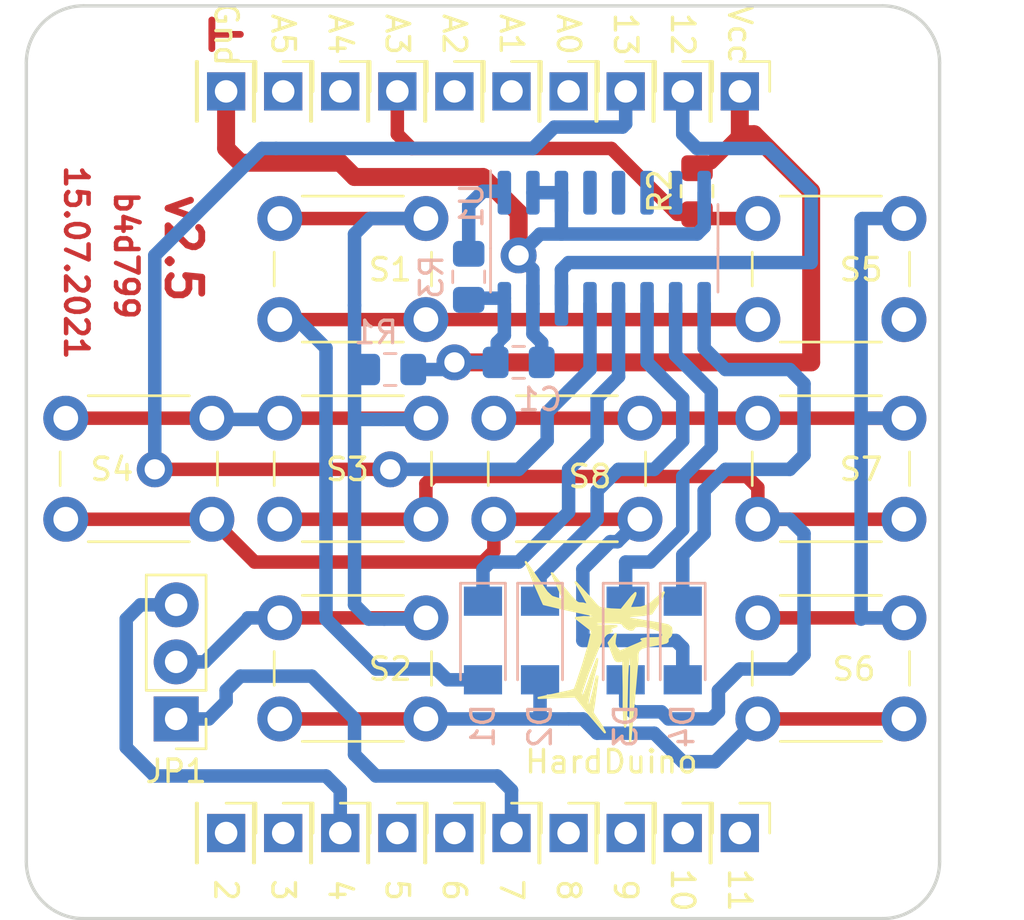
<source format=kicad_pcb>
(kicad_pcb (version 20171130) (host pcbnew "(5.1.8)-1")

  (general
    (thickness 1.6)
    (drawings 33)
    (tracks 213)
    (zones 0)
    (modules 42)
    (nets 35)
  )

  (page A4 portrait)
  (layers
    (0 F.Cu signal)
    (31 B.Cu signal)
    (32 B.Adhes user)
    (33 F.Adhes user)
    (34 B.Paste user)
    (35 F.Paste user)
    (36 B.SilkS user)
    (37 F.SilkS user)
    (38 B.Mask user)
    (39 F.Mask user)
    (40 Dwgs.User user)
    (41 Cmts.User user)
    (42 Eco1.User user)
    (43 Eco2.User user)
    (44 Edge.Cuts user)
    (45 Margin user)
    (46 B.CrtYd user)
    (47 F.CrtYd user)
    (48 B.Fab user)
    (49 F.Fab user)
  )

  (setup
    (last_trace_width 0.25)
    (user_trace_width 0.4)
    (user_trace_width 0.5)
    (user_trace_width 0.6)
    (user_trace_width 0.8)
    (user_trace_width 1)
    (user_trace_width 1.2)
    (trace_clearance 0.2)
    (zone_clearance 0.508)
    (zone_45_only no)
    (trace_min 0.2)
    (via_size 0.8)
    (via_drill 0.4)
    (via_min_size 0.4)
    (via_min_drill 0.3)
    (user_via 1.3 0.9)
    (user_via 1.6 0.9)
    (uvia_size 0.3)
    (uvia_drill 0.1)
    (uvias_allowed no)
    (uvia_min_size 0.2)
    (uvia_min_drill 0.1)
    (edge_width 0.05)
    (segment_width 0.2)
    (pcb_text_width 0.3)
    (pcb_text_size 1.5 1.5)
    (mod_edge_width 0.12)
    (mod_text_size 1 1)
    (mod_text_width 0.15)
    (pad_size 2 2)
    (pad_drill 1)
    (pad_to_mask_clearance 0.051)
    (solder_mask_min_width 0.25)
    (aux_axis_origin 0 0)
    (visible_elements 7FFFFFFF)
    (pcbplotparams
      (layerselection 0x010f0_ffffffff)
      (usegerberextensions false)
      (usegerberattributes false)
      (usegerberadvancedattributes false)
      (creategerberjobfile false)
      (excludeedgelayer true)
      (linewidth 0.100000)
      (plotframeref false)
      (viasonmask false)
      (mode 1)
      (useauxorigin false)
      (hpglpennumber 1)
      (hpglpenspeed 20)
      (hpglpendiameter 15.000000)
      (psnegative false)
      (psa4output false)
      (plotreference true)
      (plotvalue true)
      (plotinvisibletext false)
      (padsonsilk false)
      (subtractmaskfromsilk false)
      (outputformat 1)
      (mirror false)
      (drillshape 0)
      (scaleselection 1)
      (outputdirectory "gerber/"))
  )

  (net 0 "")
  (net 1 "Net-(J1-Pad1)")
  (net 2 "Net-(J2-Pad1)")
  (net 3 "Net-(J3-Pad1)")
  (net 4 "Net-(J4-Pad1)")
  (net 5 "Net-(J5-Pad1)")
  (net 6 "Net-(J6-Pad1)")
  (net 7 "Net-(J7-Pad1)")
  (net 8 "Net-(J8-Pad1)")
  (net 9 "Net-(J9-Pad1)")
  (net 10 "Net-(J10-Pad1)")
  (net 11 "Net-(J11-Pad1)")
  (net 12 "Net-(J12-Pad1)")
  (net 13 "Net-(J13-Pad1)")
  (net 14 "Net-(J14-Pad1)")
  (net 15 "Net-(J15-Pad1)")
  (net 16 "Net-(J16-Pad1)")
  (net 17 "Net-(J17-Pad1)")
  (net 18 "Net-(J18-Pad1)")
  (net 19 VCC)
  (net 20 GND)
  (net 21 "Net-(D1-Pad2)")
  (net 22 "Net-(D1-Pad1)")
  (net 23 "Net-(D2-Pad1)")
  (net 24 "Net-(D2-Pad2)")
  (net 25 "Net-(D3-Pad1)")
  (net 26 "Net-(D3-Pad2)")
  (net 27 "Net-(D4-Pad2)")
  (net 28 "Net-(D4-Pad1)")
  (net 29 "Net-(JP1-Pad2)")
  (net 30 "Net-(U1-Pad4)")
  (net 31 "Net-(U1-Pad5)")
  (net 32 "Net-(U1-Pad6)")
  (net 33 "Net-(U1-Pad7)")
  (net 34 "Net-(R3-Pad1)")

  (net_class Default "Это класс цепей по умолчанию."
    (clearance 0.2)
    (trace_width 0.25)
    (via_dia 0.8)
    (via_drill 0.4)
    (uvia_dia 0.3)
    (uvia_drill 0.1)
    (add_net GND)
    (add_net "Net-(D1-Pad1)")
    (add_net "Net-(D1-Pad2)")
    (add_net "Net-(D2-Pad1)")
    (add_net "Net-(D2-Pad2)")
    (add_net "Net-(D3-Pad1)")
    (add_net "Net-(D3-Pad2)")
    (add_net "Net-(D4-Pad1)")
    (add_net "Net-(D4-Pad2)")
    (add_net "Net-(J1-Pad1)")
    (add_net "Net-(J10-Pad1)")
    (add_net "Net-(J11-Pad1)")
    (add_net "Net-(J12-Pad1)")
    (add_net "Net-(J13-Pad1)")
    (add_net "Net-(J14-Pad1)")
    (add_net "Net-(J15-Pad1)")
    (add_net "Net-(J16-Pad1)")
    (add_net "Net-(J17-Pad1)")
    (add_net "Net-(J18-Pad1)")
    (add_net "Net-(J2-Pad1)")
    (add_net "Net-(J3-Pad1)")
    (add_net "Net-(J4-Pad1)")
    (add_net "Net-(J5-Pad1)")
    (add_net "Net-(J6-Pad1)")
    (add_net "Net-(J7-Pad1)")
    (add_net "Net-(J8-Pad1)")
    (add_net "Net-(J9-Pad1)")
    (add_net "Net-(JP1-Pad2)")
    (add_net "Net-(R3-Pad1)")
    (add_net "Net-(U1-Pad4)")
    (add_net "Net-(U1-Pad5)")
    (add_net "Net-(U1-Pad6)")
    (add_net "Net-(U1-Pad7)")
    (add_net VCC)
  )

  (module MountingHole:MountingHole_3.2mm_M3 (layer F.Cu) (tedit 56D1B4CB) (tstamp 5D79781E)
    (at 122.005 53.665)
    (descr "Mounting Hole 3.2mm, no annular, M3")
    (tags "mounting hole 3.2mm no annular m3")
    (path /5D791BF4)
    (attr virtual)
    (fp_text reference H1 (at -3.81 -4.2 90) (layer F.SilkS) hide
      (effects (font (size 1 1) (thickness 0.15)))
    )
    (fp_text value MountingHole (at 2.54 -5.08 90) (layer F.Fab) hide
      (effects (font (size 1 1) (thickness 0.15)))
    )
    (fp_circle (center 0 0) (end 3.2 0) (layer Cmts.User) (width 0.15))
    (fp_circle (center 0 0) (end 3.45 0) (layer F.CrtYd) (width 0.05))
    (fp_text user %R (at 0.3 0 90) (layer F.Fab)
      (effects (font (size 1 1) (thickness 0.15)))
    )
    (pad 1 np_thru_hole circle (at 0 0 270) (size 3.2 3.2) (drill 3.2) (layers *.Cu *.Mask))
  )

  (module MountingHole:MountingHole_3.2mm_M3 (layer F.Cu) (tedit 56D1B4CB) (tstamp 5D797826)
    (at 90.085 53.665)
    (descr "Mounting Hole 3.2mm, no annular, M3")
    (tags "mounting hole 3.2mm no annular m3")
    (path /5D793188)
    (attr virtual)
    (fp_text reference H2 (at -3.81 3.81 90) (layer F.SilkS) hide
      (effects (font (size 1 1) (thickness 0.15)))
    )
    (fp_text value MountingHole (at 3.81 5.08 90) (layer F.Fab) hide
      (effects (font (size 1 1) (thickness 0.15)))
    )
    (fp_circle (center 0 0) (end 3.45 0) (layer F.CrtYd) (width 0.05))
    (fp_circle (center 0 0) (end 3.2 0) (layer Cmts.User) (width 0.15))
    (fp_text user %R (at 0.3 0 90) (layer F.Fab)
      (effects (font (size 1 1) (thickness 0.15)))
    )
    (pad 1 np_thru_hole circle (at 0 0 270) (size 3.2 3.2) (drill 3.2) (layers *.Cu *.Mask))
  )

  (module MountingHole:MountingHole_3.2mm_M3 (layer F.Cu) (tedit 56D1B4CB) (tstamp 5D79782E)
    (at 122.005 84.765)
    (descr "Mounting Hole 3.2mm, no annular, M3")
    (tags "mounting hole 3.2mm no annular m3")
    (path /5D793224)
    (attr virtual)
    (fp_text reference H3 (at 3.81 -3.81 90) (layer F.SilkS) hide
      (effects (font (size 1 1) (thickness 0.15)))
    )
    (fp_text value MountingHole (at -2.54 -5.08 90) (layer F.Fab) hide
      (effects (font (size 1 1) (thickness 0.15)))
    )
    (fp_circle (center 0 0) (end 3.2 0) (layer Cmts.User) (width 0.15))
    (fp_circle (center 0 0) (end 3.45 0) (layer F.CrtYd) (width 0.05))
    (fp_text user %R (at 0.3 0 90) (layer F.Fab)
      (effects (font (size 1 1) (thickness 0.15)))
    )
    (pad 1 np_thru_hole circle (at 0 0 270) (size 3.2 3.2) (drill 3.2) (layers *.Cu *.Mask))
  )

  (module MountingHole:MountingHole_3.2mm_M3 (layer F.Cu) (tedit 56D1B4CB) (tstamp 5D797836)
    (at 90.085 84.765)
    (descr "Mounting Hole 3.2mm, no annular, M3")
    (tags "mounting hole 3.2mm no annular m3")
    (path /5D7932CC)
    (attr virtual)
    (fp_text reference H4 (at 3.81 3.81 90) (layer F.SilkS) hide
      (effects (font (size 1 1) (thickness 0.15)))
    )
    (fp_text value MountingHole (at -5.08 5.08 90) (layer F.Fab) hide
      (effects (font (size 1 1) (thickness 0.15)))
    )
    (fp_circle (center 0 0) (end 3.45 0) (layer F.CrtYd) (width 0.05))
    (fp_circle (center 0 0) (end 3.2 0) (layer Cmts.User) (width 0.15))
    (fp_text user %R (at 0 0 90) (layer F.Fab)
      (effects (font (size 1 1) (thickness 0.15)))
    )
    (pad 1 np_thru_hole circle (at 0 0 270) (size 3.2 3.2) (drill 3.2) (layers *.Cu *.Mask))
  )

  (module Connector_PinHeader_2.54mm:PinHeader_1x01_P2.54mm_Vertical (layer F.Cu) (tedit 59FED5CC) (tstamp 5D79784B)
    (at 94.615 85.725 270)
    (descr "Through hole straight pin header, 1x01, 2.54mm pitch, single row")
    (tags "Through hole pin header THT 1x01 2.54mm single row")
    (path /5D793457)
    (fp_text reference J1 (at -2.54 0 90) (layer F.SilkS) hide
      (effects (font (size 1 1) (thickness 0.15)))
    )
    (fp_text value 2 (at 2.54 0 90) (layer F.Fab)
      (effects (font (size 1 1) (thickness 0.15)))
    )
    (fp_line (start -0.635 -1.27) (end 1.27 -1.27) (layer F.Fab) (width 0.1))
    (fp_line (start 1.27 -1.27) (end 1.27 1.27) (layer F.Fab) (width 0.1))
    (fp_line (start 1.27 1.27) (end -1.27 1.27) (layer F.Fab) (width 0.1))
    (fp_line (start -1.27 1.27) (end -1.27 -0.635) (layer F.Fab) (width 0.1))
    (fp_line (start -1.27 -0.635) (end -0.635 -1.27) (layer F.Fab) (width 0.1))
    (fp_line (start -1.33 1.33) (end 1.33 1.33) (layer F.SilkS) (width 0.12))
    (fp_line (start -1.33 1.27) (end -1.33 1.33) (layer F.SilkS) (width 0.12))
    (fp_line (start 1.33 1.27) (end 1.33 1.33) (layer F.SilkS) (width 0.12))
    (fp_line (start -1.33 1.27) (end 1.33 1.27) (layer F.SilkS) (width 0.12))
    (fp_line (start -1.33 0) (end -1.33 -1.33) (layer F.SilkS) (width 0.12))
    (fp_line (start -1.33 -1.33) (end 0 -1.33) (layer F.SilkS) (width 0.12))
    (fp_line (start -1.8 -1.8) (end -1.8 1.8) (layer F.CrtYd) (width 0.05))
    (fp_line (start -1.8 1.8) (end 1.8 1.8) (layer F.CrtYd) (width 0.05))
    (fp_line (start 1.8 1.8) (end 1.8 -1.8) (layer F.CrtYd) (width 0.05))
    (fp_line (start 1.8 -1.8) (end -1.8 -1.8) (layer F.CrtYd) (width 0.05))
    (fp_text user %R (at 0 0) (layer F.Fab)
      (effects (font (size 1 1) (thickness 0.15)))
    )
    (pad 1 thru_hole rect (at 0 0 270) (size 1.7 1.7) (drill 1) (layers *.Cu *.Mask)
      (net 1 "Net-(J1-Pad1)"))
    (model ${KISYS3DMOD}/Connector_PinHeader_2.54mm.3dshapes/PinHeader_1x01_P2.54mm_Vertical.wrl
      (at (xyz 0 0 0))
      (scale (xyz 1 1 1))
      (rotate (xyz 0 0 0))
    )
  )

  (module Connector_PinHeader_2.54mm:PinHeader_1x01_P2.54mm_Vertical (layer F.Cu) (tedit 59FED5CC) (tstamp 5D797860)
    (at 97.155 85.725 270)
    (descr "Through hole straight pin header, 1x01, 2.54mm pitch, single row")
    (tags "Through hole pin header THT 1x01 2.54mm single row")
    (path /5D794940)
    (fp_text reference J2 (at -2.54 0 90) (layer F.SilkS) hide
      (effects (font (size 1 1) (thickness 0.15)))
    )
    (fp_text value 3 (at 2.54 0 90) (layer F.Fab)
      (effects (font (size 1 1) (thickness 0.15)))
    )
    (fp_line (start 1.8 -1.8) (end -1.8 -1.8) (layer F.CrtYd) (width 0.05))
    (fp_line (start 1.8 1.8) (end 1.8 -1.8) (layer F.CrtYd) (width 0.05))
    (fp_line (start -1.8 1.8) (end 1.8 1.8) (layer F.CrtYd) (width 0.05))
    (fp_line (start -1.8 -1.8) (end -1.8 1.8) (layer F.CrtYd) (width 0.05))
    (fp_line (start -1.33 -1.33) (end 0 -1.33) (layer F.SilkS) (width 0.12))
    (fp_line (start -1.33 0) (end -1.33 -1.33) (layer F.SilkS) (width 0.12))
    (fp_line (start -1.33 1.27) (end 1.33 1.27) (layer F.SilkS) (width 0.12))
    (fp_line (start 1.33 1.27) (end 1.33 1.33) (layer F.SilkS) (width 0.12))
    (fp_line (start -1.33 1.27) (end -1.33 1.33) (layer F.SilkS) (width 0.12))
    (fp_line (start -1.33 1.33) (end 1.33 1.33) (layer F.SilkS) (width 0.12))
    (fp_line (start -1.27 -0.635) (end -0.635 -1.27) (layer F.Fab) (width 0.1))
    (fp_line (start -1.27 1.27) (end -1.27 -0.635) (layer F.Fab) (width 0.1))
    (fp_line (start 1.27 1.27) (end -1.27 1.27) (layer F.Fab) (width 0.1))
    (fp_line (start 1.27 -1.27) (end 1.27 1.27) (layer F.Fab) (width 0.1))
    (fp_line (start -0.635 -1.27) (end 1.27 -1.27) (layer F.Fab) (width 0.1))
    (fp_text user %R (at 0 0) (layer F.Fab)
      (effects (font (size 1 1) (thickness 0.15)))
    )
    (pad 1 thru_hole rect (at 0 0 270) (size 1.7 1.7) (drill 1) (layers *.Cu *.Mask)
      (net 2 "Net-(J2-Pad1)"))
    (model ${KISYS3DMOD}/Connector_PinHeader_2.54mm.3dshapes/PinHeader_1x01_P2.54mm_Vertical.wrl
      (at (xyz 0 0 0))
      (scale (xyz 1 1 1))
      (rotate (xyz 0 0 0))
    )
  )

  (module Connector_PinHeader_2.54mm:PinHeader_1x01_P2.54mm_Vertical (layer F.Cu) (tedit 59FED5CC) (tstamp 5D797875)
    (at 99.695 85.725 270)
    (descr "Through hole straight pin header, 1x01, 2.54mm pitch, single row")
    (tags "Through hole pin header THT 1x01 2.54mm single row")
    (path /5D794B32)
    (fp_text reference J3 (at -2.54 0 90) (layer F.SilkS) hide
      (effects (font (size 1 1) (thickness 0.15)))
    )
    (fp_text value 4 (at 2.54 0 90) (layer F.Fab)
      (effects (font (size 1 1) (thickness 0.15)))
    )
    (fp_line (start -0.635 -1.27) (end 1.27 -1.27) (layer F.Fab) (width 0.1))
    (fp_line (start 1.27 -1.27) (end 1.27 1.27) (layer F.Fab) (width 0.1))
    (fp_line (start 1.27 1.27) (end -1.27 1.27) (layer F.Fab) (width 0.1))
    (fp_line (start -1.27 1.27) (end -1.27 -0.635) (layer F.Fab) (width 0.1))
    (fp_line (start -1.27 -0.635) (end -0.635 -1.27) (layer F.Fab) (width 0.1))
    (fp_line (start -1.33 1.33) (end 1.33 1.33) (layer F.SilkS) (width 0.12))
    (fp_line (start -1.33 1.27) (end -1.33 1.33) (layer F.SilkS) (width 0.12))
    (fp_line (start 1.33 1.27) (end 1.33 1.33) (layer F.SilkS) (width 0.12))
    (fp_line (start -1.33 1.27) (end 1.33 1.27) (layer F.SilkS) (width 0.12))
    (fp_line (start -1.33 0) (end -1.33 -1.33) (layer F.SilkS) (width 0.12))
    (fp_line (start -1.33 -1.33) (end 0 -1.33) (layer F.SilkS) (width 0.12))
    (fp_line (start -1.8 -1.8) (end -1.8 1.8) (layer F.CrtYd) (width 0.05))
    (fp_line (start -1.8 1.8) (end 1.8 1.8) (layer F.CrtYd) (width 0.05))
    (fp_line (start 1.8 1.8) (end 1.8 -1.8) (layer F.CrtYd) (width 0.05))
    (fp_line (start 1.8 -1.8) (end -1.8 -1.8) (layer F.CrtYd) (width 0.05))
    (fp_text user %R (at 0 0) (layer F.Fab)
      (effects (font (size 1 1) (thickness 0.15)))
    )
    (pad 1 thru_hole rect (at 0 0 270) (size 1.7 1.7) (drill 1) (layers *.Cu *.Mask)
      (net 3 "Net-(J3-Pad1)"))
    (model ${KISYS3DMOD}/Connector_PinHeader_2.54mm.3dshapes/PinHeader_1x01_P2.54mm_Vertical.wrl
      (at (xyz 0 0 0))
      (scale (xyz 1 1 1))
      (rotate (xyz 0 0 0))
    )
  )

  (module Connector_PinHeader_2.54mm:PinHeader_1x01_P2.54mm_Vertical (layer F.Cu) (tedit 59FED5CC) (tstamp 5D79788A)
    (at 102.235 85.725 270)
    (descr "Through hole straight pin header, 1x01, 2.54mm pitch, single row")
    (tags "Through hole pin header THT 1x01 2.54mm single row")
    (path /5D794C66)
    (fp_text reference J4 (at -2.54 0 90) (layer F.SilkS) hide
      (effects (font (size 1 1) (thickness 0.15)))
    )
    (fp_text value 5 (at 2.54 0 90) (layer F.Fab)
      (effects (font (size 1 1) (thickness 0.15)))
    )
    (fp_line (start 1.8 -1.8) (end -1.8 -1.8) (layer F.CrtYd) (width 0.05))
    (fp_line (start 1.8 1.8) (end 1.8 -1.8) (layer F.CrtYd) (width 0.05))
    (fp_line (start -1.8 1.8) (end 1.8 1.8) (layer F.CrtYd) (width 0.05))
    (fp_line (start -1.8 -1.8) (end -1.8 1.8) (layer F.CrtYd) (width 0.05))
    (fp_line (start -1.33 -1.33) (end 0 -1.33) (layer F.SilkS) (width 0.12))
    (fp_line (start -1.33 0) (end -1.33 -1.33) (layer F.SilkS) (width 0.12))
    (fp_line (start -1.33 1.27) (end 1.33 1.27) (layer F.SilkS) (width 0.12))
    (fp_line (start 1.33 1.27) (end 1.33 1.33) (layer F.SilkS) (width 0.12))
    (fp_line (start -1.33 1.27) (end -1.33 1.33) (layer F.SilkS) (width 0.12))
    (fp_line (start -1.33 1.33) (end 1.33 1.33) (layer F.SilkS) (width 0.12))
    (fp_line (start -1.27 -0.635) (end -0.635 -1.27) (layer F.Fab) (width 0.1))
    (fp_line (start -1.27 1.27) (end -1.27 -0.635) (layer F.Fab) (width 0.1))
    (fp_line (start 1.27 1.27) (end -1.27 1.27) (layer F.Fab) (width 0.1))
    (fp_line (start 1.27 -1.27) (end 1.27 1.27) (layer F.Fab) (width 0.1))
    (fp_line (start -0.635 -1.27) (end 1.27 -1.27) (layer F.Fab) (width 0.1))
    (fp_text user %R (at 0 0) (layer F.Fab)
      (effects (font (size 1 1) (thickness 0.15)))
    )
    (pad 1 thru_hole rect (at 0 0 270) (size 1.7 1.7) (drill 1) (layers *.Cu *.Mask)
      (net 4 "Net-(J4-Pad1)"))
    (model ${KISYS3DMOD}/Connector_PinHeader_2.54mm.3dshapes/PinHeader_1x01_P2.54mm_Vertical.wrl
      (at (xyz 0 0 0))
      (scale (xyz 1 1 1))
      (rotate (xyz 0 0 0))
    )
  )

  (module Connector_PinHeader_2.54mm:PinHeader_1x01_P2.54mm_Vertical (layer F.Cu) (tedit 59FED5CC) (tstamp 5D79789F)
    (at 104.775 85.725 270)
    (descr "Through hole straight pin header, 1x01, 2.54mm pitch, single row")
    (tags "Through hole pin header THT 1x01 2.54mm single row")
    (path /5D794EF4)
    (fp_text reference J5 (at -2.54 0 90) (layer F.SilkS) hide
      (effects (font (size 1 1) (thickness 0.15)))
    )
    (fp_text value 6 (at 2.54 0 90) (layer F.Fab)
      (effects (font (size 1 1) (thickness 0.15)))
    )
    (fp_line (start -0.635 -1.27) (end 1.27 -1.27) (layer F.Fab) (width 0.1))
    (fp_line (start 1.27 -1.27) (end 1.27 1.27) (layer F.Fab) (width 0.1))
    (fp_line (start 1.27 1.27) (end -1.27 1.27) (layer F.Fab) (width 0.1))
    (fp_line (start -1.27 1.27) (end -1.27 -0.635) (layer F.Fab) (width 0.1))
    (fp_line (start -1.27 -0.635) (end -0.635 -1.27) (layer F.Fab) (width 0.1))
    (fp_line (start -1.33 1.33) (end 1.33 1.33) (layer F.SilkS) (width 0.12))
    (fp_line (start -1.33 1.27) (end -1.33 1.33) (layer F.SilkS) (width 0.12))
    (fp_line (start 1.33 1.27) (end 1.33 1.33) (layer F.SilkS) (width 0.12))
    (fp_line (start -1.33 1.27) (end 1.33 1.27) (layer F.SilkS) (width 0.12))
    (fp_line (start -1.33 0) (end -1.33 -1.33) (layer F.SilkS) (width 0.12))
    (fp_line (start -1.33 -1.33) (end 0 -1.33) (layer F.SilkS) (width 0.12))
    (fp_line (start -1.8 -1.8) (end -1.8 1.8) (layer F.CrtYd) (width 0.05))
    (fp_line (start -1.8 1.8) (end 1.8 1.8) (layer F.CrtYd) (width 0.05))
    (fp_line (start 1.8 1.8) (end 1.8 -1.8) (layer F.CrtYd) (width 0.05))
    (fp_line (start 1.8 -1.8) (end -1.8 -1.8) (layer F.CrtYd) (width 0.05))
    (fp_text user %R (at 0 0) (layer F.Fab)
      (effects (font (size 1 1) (thickness 0.15)))
    )
    (pad 1 thru_hole rect (at 0 0 270) (size 1.7 1.7) (drill 1) (layers *.Cu *.Mask)
      (net 5 "Net-(J5-Pad1)"))
    (model ${KISYS3DMOD}/Connector_PinHeader_2.54mm.3dshapes/PinHeader_1x01_P2.54mm_Vertical.wrl
      (at (xyz 0 0 0))
      (scale (xyz 1 1 1))
      (rotate (xyz 0 0 0))
    )
  )

  (module Connector_PinHeader_2.54mm:PinHeader_1x01_P2.54mm_Vertical (layer F.Cu) (tedit 59FED5CC) (tstamp 5D7978B4)
    (at 107.315 85.725 270)
    (descr "Through hole straight pin header, 1x01, 2.54mm pitch, single row")
    (tags "Through hole pin header THT 1x01 2.54mm single row")
    (path /5D795168)
    (fp_text reference J6 (at -2.54 0 90) (layer F.SilkS) hide
      (effects (font (size 1 1) (thickness 0.15)))
    )
    (fp_text value 7 (at 2.54 0 90) (layer F.Fab)
      (effects (font (size 1 1) (thickness 0.15)))
    )
    (fp_line (start 1.8 -1.8) (end -1.8 -1.8) (layer F.CrtYd) (width 0.05))
    (fp_line (start 1.8 1.8) (end 1.8 -1.8) (layer F.CrtYd) (width 0.05))
    (fp_line (start -1.8 1.8) (end 1.8 1.8) (layer F.CrtYd) (width 0.05))
    (fp_line (start -1.8 -1.8) (end -1.8 1.8) (layer F.CrtYd) (width 0.05))
    (fp_line (start -1.33 -1.33) (end 0 -1.33) (layer F.SilkS) (width 0.12))
    (fp_line (start -1.33 0) (end -1.33 -1.33) (layer F.SilkS) (width 0.12))
    (fp_line (start -1.33 1.27) (end 1.33 1.27) (layer F.SilkS) (width 0.12))
    (fp_line (start 1.33 1.27) (end 1.33 1.33) (layer F.SilkS) (width 0.12))
    (fp_line (start -1.33 1.27) (end -1.33 1.33) (layer F.SilkS) (width 0.12))
    (fp_line (start -1.33 1.33) (end 1.33 1.33) (layer F.SilkS) (width 0.12))
    (fp_line (start -1.27 -0.635) (end -0.635 -1.27) (layer F.Fab) (width 0.1))
    (fp_line (start -1.27 1.27) (end -1.27 -0.635) (layer F.Fab) (width 0.1))
    (fp_line (start 1.27 1.27) (end -1.27 1.27) (layer F.Fab) (width 0.1))
    (fp_line (start 1.27 -1.27) (end 1.27 1.27) (layer F.Fab) (width 0.1))
    (fp_line (start -0.635 -1.27) (end 1.27 -1.27) (layer F.Fab) (width 0.1))
    (fp_text user %R (at 0 0) (layer F.Fab)
      (effects (font (size 1 1) (thickness 0.15)))
    )
    (pad 1 thru_hole rect (at 0 0 270) (size 1.7 1.7) (drill 1) (layers *.Cu *.Mask)
      (net 6 "Net-(J6-Pad1)"))
    (model ${KISYS3DMOD}/Connector_PinHeader_2.54mm.3dshapes/PinHeader_1x01_P2.54mm_Vertical.wrl
      (at (xyz 0 0 0))
      (scale (xyz 1 1 1))
      (rotate (xyz 0 0 0))
    )
  )

  (module Connector_PinHeader_2.54mm:PinHeader_1x01_P2.54mm_Vertical (layer F.Cu) (tedit 59FED5CC) (tstamp 5D7978C9)
    (at 109.855 85.725 270)
    (descr "Through hole straight pin header, 1x01, 2.54mm pitch, single row")
    (tags "Through hole pin header THT 1x01 2.54mm single row")
    (path /5D795340)
    (fp_text reference J7 (at -2.54 0 90) (layer F.SilkS) hide
      (effects (font (size 1 1) (thickness 0.15)))
    )
    (fp_text value 8 (at 2.54 0 90) (layer F.Fab)
      (effects (font (size 1 1) (thickness 0.15)))
    )
    (fp_line (start -0.635 -1.27) (end 1.27 -1.27) (layer F.Fab) (width 0.1))
    (fp_line (start 1.27 -1.27) (end 1.27 1.27) (layer F.Fab) (width 0.1))
    (fp_line (start 1.27 1.27) (end -1.27 1.27) (layer F.Fab) (width 0.1))
    (fp_line (start -1.27 1.27) (end -1.27 -0.635) (layer F.Fab) (width 0.1))
    (fp_line (start -1.27 -0.635) (end -0.635 -1.27) (layer F.Fab) (width 0.1))
    (fp_line (start -1.33 1.33) (end 1.33 1.33) (layer F.SilkS) (width 0.12))
    (fp_line (start -1.33 1.27) (end -1.33 1.33) (layer F.SilkS) (width 0.12))
    (fp_line (start 1.33 1.27) (end 1.33 1.33) (layer F.SilkS) (width 0.12))
    (fp_line (start -1.33 1.27) (end 1.33 1.27) (layer F.SilkS) (width 0.12))
    (fp_line (start -1.33 0) (end -1.33 -1.33) (layer F.SilkS) (width 0.12))
    (fp_line (start -1.33 -1.33) (end 0 -1.33) (layer F.SilkS) (width 0.12))
    (fp_line (start -1.8 -1.8) (end -1.8 1.8) (layer F.CrtYd) (width 0.05))
    (fp_line (start -1.8 1.8) (end 1.8 1.8) (layer F.CrtYd) (width 0.05))
    (fp_line (start 1.8 1.8) (end 1.8 -1.8) (layer F.CrtYd) (width 0.05))
    (fp_line (start 1.8 -1.8) (end -1.8 -1.8) (layer F.CrtYd) (width 0.05))
    (fp_text user %R (at 0 0) (layer F.Fab)
      (effects (font (size 1 1) (thickness 0.15)))
    )
    (pad 1 thru_hole rect (at 0 0 270) (size 1.7 1.7) (drill 1) (layers *.Cu *.Mask)
      (net 7 "Net-(J7-Pad1)"))
    (model ${KISYS3DMOD}/Connector_PinHeader_2.54mm.3dshapes/PinHeader_1x01_P2.54mm_Vertical.wrl
      (at (xyz 0 0 0))
      (scale (xyz 1 1 1))
      (rotate (xyz 0 0 0))
    )
  )

  (module Connector_PinHeader_2.54mm:PinHeader_1x01_P2.54mm_Vertical (layer F.Cu) (tedit 59FED5CC) (tstamp 5D7978DE)
    (at 112.395 85.725 270)
    (descr "Through hole straight pin header, 1x01, 2.54mm pitch, single row")
    (tags "Through hole pin header THT 1x01 2.54mm single row")
    (path /5D7955DE)
    (fp_text reference J8 (at -2.54 0 90) (layer F.SilkS) hide
      (effects (font (size 1 1) (thickness 0.15)))
    )
    (fp_text value 9 (at 2.54 0 90) (layer F.Fab)
      (effects (font (size 1 1) (thickness 0.15)))
    )
    (fp_line (start 1.8 -1.8) (end -1.8 -1.8) (layer F.CrtYd) (width 0.05))
    (fp_line (start 1.8 1.8) (end 1.8 -1.8) (layer F.CrtYd) (width 0.05))
    (fp_line (start -1.8 1.8) (end 1.8 1.8) (layer F.CrtYd) (width 0.05))
    (fp_line (start -1.8 -1.8) (end -1.8 1.8) (layer F.CrtYd) (width 0.05))
    (fp_line (start -1.33 -1.33) (end 0 -1.33) (layer F.SilkS) (width 0.12))
    (fp_line (start -1.33 0) (end -1.33 -1.33) (layer F.SilkS) (width 0.12))
    (fp_line (start -1.33 1.27) (end 1.33 1.27) (layer F.SilkS) (width 0.12))
    (fp_line (start 1.33 1.27) (end 1.33 1.33) (layer F.SilkS) (width 0.12))
    (fp_line (start -1.33 1.27) (end -1.33 1.33) (layer F.SilkS) (width 0.12))
    (fp_line (start -1.33 1.33) (end 1.33 1.33) (layer F.SilkS) (width 0.12))
    (fp_line (start -1.27 -0.635) (end -0.635 -1.27) (layer F.Fab) (width 0.1))
    (fp_line (start -1.27 1.27) (end -1.27 -0.635) (layer F.Fab) (width 0.1))
    (fp_line (start 1.27 1.27) (end -1.27 1.27) (layer F.Fab) (width 0.1))
    (fp_line (start 1.27 -1.27) (end 1.27 1.27) (layer F.Fab) (width 0.1))
    (fp_line (start -0.635 -1.27) (end 1.27 -1.27) (layer F.Fab) (width 0.1))
    (fp_text user %R (at 0 0) (layer F.Fab)
      (effects (font (size 1 1) (thickness 0.15)))
    )
    (pad 1 thru_hole rect (at 0 0 270) (size 1.7 1.7) (drill 1) (layers *.Cu *.Mask)
      (net 8 "Net-(J8-Pad1)"))
    (model ${KISYS3DMOD}/Connector_PinHeader_2.54mm.3dshapes/PinHeader_1x01_P2.54mm_Vertical.wrl
      (at (xyz 0 0 0))
      (scale (xyz 1 1 1))
      (rotate (xyz 0 0 0))
    )
  )

  (module Connector_PinHeader_2.54mm:PinHeader_1x01_P2.54mm_Vertical (layer F.Cu) (tedit 59FED5CC) (tstamp 5D7978F3)
    (at 114.935 85.725 270)
    (descr "Through hole straight pin header, 1x01, 2.54mm pitch, single row")
    (tags "Through hole pin header THT 1x01 2.54mm single row")
    (path /5D7957DA)
    (fp_text reference J9 (at -2.54 0 90) (layer F.SilkS) hide
      (effects (font (size 1 1) (thickness 0.15)))
    )
    (fp_text value 10 (at 2.54 0 90) (layer F.Fab)
      (effects (font (size 1 1) (thickness 0.15)))
    )
    (fp_line (start -0.635 -1.27) (end 1.27 -1.27) (layer F.Fab) (width 0.1))
    (fp_line (start 1.27 -1.27) (end 1.27 1.27) (layer F.Fab) (width 0.1))
    (fp_line (start 1.27 1.27) (end -1.27 1.27) (layer F.Fab) (width 0.1))
    (fp_line (start -1.27 1.27) (end -1.27 -0.635) (layer F.Fab) (width 0.1))
    (fp_line (start -1.27 -0.635) (end -0.635 -1.27) (layer F.Fab) (width 0.1))
    (fp_line (start -1.33 1.33) (end 1.33 1.33) (layer F.SilkS) (width 0.12))
    (fp_line (start -1.33 1.27) (end -1.33 1.33) (layer F.SilkS) (width 0.12))
    (fp_line (start 1.33 1.27) (end 1.33 1.33) (layer F.SilkS) (width 0.12))
    (fp_line (start -1.33 1.27) (end 1.33 1.27) (layer F.SilkS) (width 0.12))
    (fp_line (start -1.33 0) (end -1.33 -1.33) (layer F.SilkS) (width 0.12))
    (fp_line (start -1.33 -1.33) (end 0 -1.33) (layer F.SilkS) (width 0.12))
    (fp_line (start -1.8 -1.8) (end -1.8 1.8) (layer F.CrtYd) (width 0.05))
    (fp_line (start -1.8 1.8) (end 1.8 1.8) (layer F.CrtYd) (width 0.05))
    (fp_line (start 1.8 1.8) (end 1.8 -1.8) (layer F.CrtYd) (width 0.05))
    (fp_line (start 1.8 -1.8) (end -1.8 -1.8) (layer F.CrtYd) (width 0.05))
    (fp_text user %R (at 0 0) (layer F.Fab)
      (effects (font (size 1 1) (thickness 0.15)))
    )
    (pad 1 thru_hole rect (at 0 0 270) (size 1.7 1.7) (drill 1) (layers *.Cu *.Mask)
      (net 9 "Net-(J9-Pad1)"))
    (model ${KISYS3DMOD}/Connector_PinHeader_2.54mm.3dshapes/PinHeader_1x01_P2.54mm_Vertical.wrl
      (at (xyz 0 0 0))
      (scale (xyz 1 1 1))
      (rotate (xyz 0 0 0))
    )
  )

  (module Connector_PinHeader_2.54mm:PinHeader_1x01_P2.54mm_Vertical (layer F.Cu) (tedit 59FED5CC) (tstamp 5D797908)
    (at 117.475 85.725 270)
    (descr "Through hole straight pin header, 1x01, 2.54mm pitch, single row")
    (tags "Through hole pin header THT 1x01 2.54mm single row")
    (path /5D795810)
    (fp_text reference J10 (at -2.54 0 90) (layer F.SilkS) hide
      (effects (font (size 1 1) (thickness 0.15)))
    )
    (fp_text value 11 (at 2.54 0 90) (layer F.Fab)
      (effects (font (size 1 1) (thickness 0.15)))
    )
    (fp_line (start 1.8 -1.8) (end -1.8 -1.8) (layer F.CrtYd) (width 0.05))
    (fp_line (start 1.8 1.8) (end 1.8 -1.8) (layer F.CrtYd) (width 0.05))
    (fp_line (start -1.8 1.8) (end 1.8 1.8) (layer F.CrtYd) (width 0.05))
    (fp_line (start -1.8 -1.8) (end -1.8 1.8) (layer F.CrtYd) (width 0.05))
    (fp_line (start -1.33 -1.33) (end 0 -1.33) (layer F.SilkS) (width 0.12))
    (fp_line (start -1.33 0) (end -1.33 -1.33) (layer F.SilkS) (width 0.12))
    (fp_line (start -1.33 1.27) (end 1.33 1.27) (layer F.SilkS) (width 0.12))
    (fp_line (start 1.33 1.27) (end 1.33 1.33) (layer F.SilkS) (width 0.12))
    (fp_line (start -1.33 1.27) (end -1.33 1.33) (layer F.SilkS) (width 0.12))
    (fp_line (start -1.33 1.33) (end 1.33 1.33) (layer F.SilkS) (width 0.12))
    (fp_line (start -1.27 -0.635) (end -0.635 -1.27) (layer F.Fab) (width 0.1))
    (fp_line (start -1.27 1.27) (end -1.27 -0.635) (layer F.Fab) (width 0.1))
    (fp_line (start 1.27 1.27) (end -1.27 1.27) (layer F.Fab) (width 0.1))
    (fp_line (start 1.27 -1.27) (end 1.27 1.27) (layer F.Fab) (width 0.1))
    (fp_line (start -0.635 -1.27) (end 1.27 -1.27) (layer F.Fab) (width 0.1))
    (fp_text user %R (at 0 0) (layer F.Fab)
      (effects (font (size 1 1) (thickness 0.15)))
    )
    (pad 1 thru_hole rect (at 0 0 270) (size 1.7 1.7) (drill 1) (layers *.Cu *.Mask)
      (net 10 "Net-(J10-Pad1)"))
    (model ${KISYS3DMOD}/Connector_PinHeader_2.54mm.3dshapes/PinHeader_1x01_P2.54mm_Vertical.wrl
      (at (xyz 0 0 0))
      (scale (xyz 1 1 1))
      (rotate (xyz 0 0 0))
    )
  )

  (module Connector_PinHeader_2.54mm:PinHeader_1x01_P2.54mm_Vertical (layer F.Cu) (tedit 59FED5CC) (tstamp 5D79791D)
    (at 114.935 52.705 270)
    (descr "Through hole straight pin header, 1x01, 2.54mm pitch, single row")
    (tags "Through hole pin header THT 1x01 2.54mm single row")
    (path /5D7959D6)
    (fp_text reference J11 (at 3.175 0 90) (layer F.SilkS) hide
      (effects (font (size 1 1) (thickness 0.15)))
    )
    (fp_text value 12 (at -2.54 0 90) (layer F.Fab)
      (effects (font (size 1 1) (thickness 0.15)))
    )
    (fp_line (start -0.635 -1.27) (end 1.27 -1.27) (layer F.Fab) (width 0.1))
    (fp_line (start 1.27 -1.27) (end 1.27 1.27) (layer F.Fab) (width 0.1))
    (fp_line (start 1.27 1.27) (end -1.27 1.27) (layer F.Fab) (width 0.1))
    (fp_line (start -1.27 1.27) (end -1.27 -0.635) (layer F.Fab) (width 0.1))
    (fp_line (start -1.27 -0.635) (end -0.635 -1.27) (layer F.Fab) (width 0.1))
    (fp_line (start -1.33 1.33) (end 1.33 1.33) (layer F.SilkS) (width 0.12))
    (fp_line (start -1.33 1.27) (end -1.33 1.33) (layer F.SilkS) (width 0.12))
    (fp_line (start 1.33 1.27) (end 1.33 1.33) (layer F.SilkS) (width 0.12))
    (fp_line (start -1.33 1.27) (end 1.33 1.27) (layer F.SilkS) (width 0.12))
    (fp_line (start -1.33 0) (end -1.33 -1.33) (layer F.SilkS) (width 0.12))
    (fp_line (start -1.33 -1.33) (end 0 -1.33) (layer F.SilkS) (width 0.12))
    (fp_line (start -1.8 -1.8) (end -1.8 1.8) (layer F.CrtYd) (width 0.05))
    (fp_line (start -1.8 1.8) (end 1.8 1.8) (layer F.CrtYd) (width 0.05))
    (fp_line (start 1.8 1.8) (end 1.8 -1.8) (layer F.CrtYd) (width 0.05))
    (fp_line (start 1.8 -1.8) (end -1.8 -1.8) (layer F.CrtYd) (width 0.05))
    (fp_text user %R (at 0 0) (layer F.Fab)
      (effects (font (size 1 1) (thickness 0.15)))
    )
    (pad 1 thru_hole rect (at 0 0 270) (size 1.7 1.7) (drill 1) (layers *.Cu *.Mask)
      (net 11 "Net-(J11-Pad1)"))
    (model ${KISYS3DMOD}/Connector_PinHeader_2.54mm.3dshapes/PinHeader_1x01_P2.54mm_Vertical.wrl
      (at (xyz 0 0 0))
      (scale (xyz 1 1 1))
      (rotate (xyz 0 0 0))
    )
  )

  (module Connector_PinHeader_2.54mm:PinHeader_1x01_P2.54mm_Vertical (layer F.Cu) (tedit 59FED5CC) (tstamp 5D797932)
    (at 112.395 52.705 270)
    (descr "Through hole straight pin header, 1x01, 2.54mm pitch, single row")
    (tags "Through hole pin header THT 1x01 2.54mm single row")
    (path /5D79744D)
    (fp_text reference J12 (at 3.175 0 90) (layer F.SilkS) hide
      (effects (font (size 1 1) (thickness 0.15)))
    )
    (fp_text value 13 (at -2.54 0 90) (layer F.Fab)
      (effects (font (size 1 1) (thickness 0.15)))
    )
    (fp_line (start 1.8 -1.8) (end -1.8 -1.8) (layer F.CrtYd) (width 0.05))
    (fp_line (start 1.8 1.8) (end 1.8 -1.8) (layer F.CrtYd) (width 0.05))
    (fp_line (start -1.8 1.8) (end 1.8 1.8) (layer F.CrtYd) (width 0.05))
    (fp_line (start -1.8 -1.8) (end -1.8 1.8) (layer F.CrtYd) (width 0.05))
    (fp_line (start -1.33 -1.33) (end 0 -1.33) (layer F.SilkS) (width 0.12))
    (fp_line (start -1.33 0) (end -1.33 -1.33) (layer F.SilkS) (width 0.12))
    (fp_line (start -1.33 1.27) (end 1.33 1.27) (layer F.SilkS) (width 0.12))
    (fp_line (start 1.33 1.27) (end 1.33 1.33) (layer F.SilkS) (width 0.12))
    (fp_line (start -1.33 1.27) (end -1.33 1.33) (layer F.SilkS) (width 0.12))
    (fp_line (start -1.33 1.33) (end 1.33 1.33) (layer F.SilkS) (width 0.12))
    (fp_line (start -1.27 -0.635) (end -0.635 -1.27) (layer F.Fab) (width 0.1))
    (fp_line (start -1.27 1.27) (end -1.27 -0.635) (layer F.Fab) (width 0.1))
    (fp_line (start 1.27 1.27) (end -1.27 1.27) (layer F.Fab) (width 0.1))
    (fp_line (start 1.27 -1.27) (end 1.27 1.27) (layer F.Fab) (width 0.1))
    (fp_line (start -0.635 -1.27) (end 1.27 -1.27) (layer F.Fab) (width 0.1))
    (fp_text user %R (at 0 0) (layer F.Fab)
      (effects (font (size 1 1) (thickness 0.15)))
    )
    (pad 1 thru_hole rect (at 0 0 270) (size 1.7 1.7) (drill 1) (layers *.Cu *.Mask)
      (net 12 "Net-(J12-Pad1)"))
    (model ${KISYS3DMOD}/Connector_PinHeader_2.54mm.3dshapes/PinHeader_1x01_P2.54mm_Vertical.wrl
      (at (xyz 0 0 0))
      (scale (xyz 1 1 1))
      (rotate (xyz 0 0 0))
    )
  )

  (module Connector_PinHeader_2.54mm:PinHeader_1x01_P2.54mm_Vertical (layer F.Cu) (tedit 59FED5CC) (tstamp 5D797947)
    (at 109.855 52.705 270)
    (descr "Through hole straight pin header, 1x01, 2.54mm pitch, single row")
    (tags "Through hole pin header THT 1x01 2.54mm single row")
    (path /5D795BCF)
    (fp_text reference J13 (at 3.175 0 90) (layer F.SilkS) hide
      (effects (font (size 1 1) (thickness 0.15)))
    )
    (fp_text value A0 (at -2.54 0 90) (layer F.Fab)
      (effects (font (size 1 1) (thickness 0.15)))
    )
    (fp_line (start 1.8 -1.8) (end -1.8 -1.8) (layer F.CrtYd) (width 0.05))
    (fp_line (start 1.8 1.8) (end 1.8 -1.8) (layer F.CrtYd) (width 0.05))
    (fp_line (start -1.8 1.8) (end 1.8 1.8) (layer F.CrtYd) (width 0.05))
    (fp_line (start -1.8 -1.8) (end -1.8 1.8) (layer F.CrtYd) (width 0.05))
    (fp_line (start -1.33 -1.33) (end 0 -1.33) (layer F.SilkS) (width 0.12))
    (fp_line (start -1.33 0) (end -1.33 -1.33) (layer F.SilkS) (width 0.12))
    (fp_line (start -1.33 1.27) (end 1.33 1.27) (layer F.SilkS) (width 0.12))
    (fp_line (start 1.33 1.27) (end 1.33 1.33) (layer F.SilkS) (width 0.12))
    (fp_line (start -1.33 1.27) (end -1.33 1.33) (layer F.SilkS) (width 0.12))
    (fp_line (start -1.33 1.33) (end 1.33 1.33) (layer F.SilkS) (width 0.12))
    (fp_line (start -1.27 -0.635) (end -0.635 -1.27) (layer F.Fab) (width 0.1))
    (fp_line (start -1.27 1.27) (end -1.27 -0.635) (layer F.Fab) (width 0.1))
    (fp_line (start 1.27 1.27) (end -1.27 1.27) (layer F.Fab) (width 0.1))
    (fp_line (start 1.27 -1.27) (end 1.27 1.27) (layer F.Fab) (width 0.1))
    (fp_line (start -0.635 -1.27) (end 1.27 -1.27) (layer F.Fab) (width 0.1))
    (fp_text user %R (at 0 0) (layer F.Fab)
      (effects (font (size 1 1) (thickness 0.15)))
    )
    (pad 1 thru_hole rect (at 0 0 270) (size 1.7 1.7) (drill 1) (layers *.Cu *.Mask)
      (net 13 "Net-(J13-Pad1)"))
    (model ${KISYS3DMOD}/Connector_PinHeader_2.54mm.3dshapes/PinHeader_1x01_P2.54mm_Vertical.wrl
      (at (xyz 0 0 0))
      (scale (xyz 1 1 1))
      (rotate (xyz 0 0 0))
    )
  )

  (module Connector_PinHeader_2.54mm:PinHeader_1x01_P2.54mm_Vertical (layer F.Cu) (tedit 59FED5CC) (tstamp 5D79795C)
    (at 107.315 52.705 270)
    (descr "Through hole straight pin header, 1x01, 2.54mm pitch, single row")
    (tags "Through hole pin header THT 1x01 2.54mm single row")
    (path /5D7961B8)
    (fp_text reference J14 (at 3.175 0 90) (layer F.SilkS) hide
      (effects (font (size 1 1) (thickness 0.15)))
    )
    (fp_text value A1 (at -2.54 0 90) (layer F.Fab)
      (effects (font (size 1 1) (thickness 0.15)))
    )
    (fp_line (start -0.635 -1.27) (end 1.27 -1.27) (layer F.Fab) (width 0.1))
    (fp_line (start 1.27 -1.27) (end 1.27 1.27) (layer F.Fab) (width 0.1))
    (fp_line (start 1.27 1.27) (end -1.27 1.27) (layer F.Fab) (width 0.1))
    (fp_line (start -1.27 1.27) (end -1.27 -0.635) (layer F.Fab) (width 0.1))
    (fp_line (start -1.27 -0.635) (end -0.635 -1.27) (layer F.Fab) (width 0.1))
    (fp_line (start -1.33 1.33) (end 1.33 1.33) (layer F.SilkS) (width 0.12))
    (fp_line (start -1.33 1.27) (end -1.33 1.33) (layer F.SilkS) (width 0.12))
    (fp_line (start 1.33 1.27) (end 1.33 1.33) (layer F.SilkS) (width 0.12))
    (fp_line (start -1.33 1.27) (end 1.33 1.27) (layer F.SilkS) (width 0.12))
    (fp_line (start -1.33 0) (end -1.33 -1.33) (layer F.SilkS) (width 0.12))
    (fp_line (start -1.33 -1.33) (end 0 -1.33) (layer F.SilkS) (width 0.12))
    (fp_line (start -1.8 -1.8) (end -1.8 1.8) (layer F.CrtYd) (width 0.05))
    (fp_line (start -1.8 1.8) (end 1.8 1.8) (layer F.CrtYd) (width 0.05))
    (fp_line (start 1.8 1.8) (end 1.8 -1.8) (layer F.CrtYd) (width 0.05))
    (fp_line (start 1.8 -1.8) (end -1.8 -1.8) (layer F.CrtYd) (width 0.05))
    (fp_text user %R (at 0 0) (layer F.Fab)
      (effects (font (size 1 1) (thickness 0.15)))
    )
    (pad 1 thru_hole rect (at 0 0 270) (size 1.7 1.7) (drill 1) (layers *.Cu *.Mask)
      (net 14 "Net-(J14-Pad1)"))
    (model ${KISYS3DMOD}/Connector_PinHeader_2.54mm.3dshapes/PinHeader_1x01_P2.54mm_Vertical.wrl
      (at (xyz 0 0 0))
      (scale (xyz 1 1 1))
      (rotate (xyz 0 0 0))
    )
  )

  (module Connector_PinHeader_2.54mm:PinHeader_1x01_P2.54mm_Vertical (layer F.Cu) (tedit 59FED5CC) (tstamp 5D797971)
    (at 104.775 52.705 270)
    (descr "Through hole straight pin header, 1x01, 2.54mm pitch, single row")
    (tags "Through hole pin header THT 1x01 2.54mm single row")
    (path /5D7963EC)
    (fp_text reference J15 (at 3.175 0 90) (layer F.SilkS) hide
      (effects (font (size 1 1) (thickness 0.15)))
    )
    (fp_text value A2 (at -2.54 0 90) (layer F.Fab)
      (effects (font (size 1 1) (thickness 0.15)))
    )
    (fp_line (start 1.8 -1.8) (end -1.8 -1.8) (layer F.CrtYd) (width 0.05))
    (fp_line (start 1.8 1.8) (end 1.8 -1.8) (layer F.CrtYd) (width 0.05))
    (fp_line (start -1.8 1.8) (end 1.8 1.8) (layer F.CrtYd) (width 0.05))
    (fp_line (start -1.8 -1.8) (end -1.8 1.8) (layer F.CrtYd) (width 0.05))
    (fp_line (start -1.33 -1.33) (end 0 -1.33) (layer F.SilkS) (width 0.12))
    (fp_line (start -1.33 0) (end -1.33 -1.33) (layer F.SilkS) (width 0.12))
    (fp_line (start -1.33 1.27) (end 1.33 1.27) (layer F.SilkS) (width 0.12))
    (fp_line (start 1.33 1.27) (end 1.33 1.33) (layer F.SilkS) (width 0.12))
    (fp_line (start -1.33 1.27) (end -1.33 1.33) (layer F.SilkS) (width 0.12))
    (fp_line (start -1.33 1.33) (end 1.33 1.33) (layer F.SilkS) (width 0.12))
    (fp_line (start -1.27 -0.635) (end -0.635 -1.27) (layer F.Fab) (width 0.1))
    (fp_line (start -1.27 1.27) (end -1.27 -0.635) (layer F.Fab) (width 0.1))
    (fp_line (start 1.27 1.27) (end -1.27 1.27) (layer F.Fab) (width 0.1))
    (fp_line (start 1.27 -1.27) (end 1.27 1.27) (layer F.Fab) (width 0.1))
    (fp_line (start -0.635 -1.27) (end 1.27 -1.27) (layer F.Fab) (width 0.1))
    (fp_text user %R (at 0 0) (layer F.Fab)
      (effects (font (size 1 1) (thickness 0.15)))
    )
    (pad 1 thru_hole rect (at 0 0 270) (size 1.7 1.7) (drill 1) (layers *.Cu *.Mask)
      (net 15 "Net-(J15-Pad1)"))
    (model ${KISYS3DMOD}/Connector_PinHeader_2.54mm.3dshapes/PinHeader_1x01_P2.54mm_Vertical.wrl
      (at (xyz 0 0 0))
      (scale (xyz 1 1 1))
      (rotate (xyz 0 0 0))
    )
  )

  (module Connector_PinHeader_2.54mm:PinHeader_1x01_P2.54mm_Vertical (layer F.Cu) (tedit 59FED5CC) (tstamp 5D797986)
    (at 102.235 52.705 270)
    (descr "Through hole straight pin header, 1x01, 2.54mm pitch, single row")
    (tags "Through hole pin header THT 1x01 2.54mm single row")
    (path /5D7965E2)
    (fp_text reference J16 (at 3.175 0 90) (layer F.SilkS) hide
      (effects (font (size 1 1) (thickness 0.15)))
    )
    (fp_text value A3 (at -2.54 0 90) (layer F.Fab)
      (effects (font (size 1 1) (thickness 0.15)))
    )
    (fp_line (start -0.635 -1.27) (end 1.27 -1.27) (layer F.Fab) (width 0.1))
    (fp_line (start 1.27 -1.27) (end 1.27 1.27) (layer F.Fab) (width 0.1))
    (fp_line (start 1.27 1.27) (end -1.27 1.27) (layer F.Fab) (width 0.1))
    (fp_line (start -1.27 1.27) (end -1.27 -0.635) (layer F.Fab) (width 0.1))
    (fp_line (start -1.27 -0.635) (end -0.635 -1.27) (layer F.Fab) (width 0.1))
    (fp_line (start -1.33 1.33) (end 1.33 1.33) (layer F.SilkS) (width 0.12))
    (fp_line (start -1.33 1.27) (end -1.33 1.33) (layer F.SilkS) (width 0.12))
    (fp_line (start 1.33 1.27) (end 1.33 1.33) (layer F.SilkS) (width 0.12))
    (fp_line (start -1.33 1.27) (end 1.33 1.27) (layer F.SilkS) (width 0.12))
    (fp_line (start -1.33 0) (end -1.33 -1.33) (layer F.SilkS) (width 0.12))
    (fp_line (start -1.33 -1.33) (end 0 -1.33) (layer F.SilkS) (width 0.12))
    (fp_line (start -1.8 -1.8) (end -1.8 1.8) (layer F.CrtYd) (width 0.05))
    (fp_line (start -1.8 1.8) (end 1.8 1.8) (layer F.CrtYd) (width 0.05))
    (fp_line (start 1.8 1.8) (end 1.8 -1.8) (layer F.CrtYd) (width 0.05))
    (fp_line (start 1.8 -1.8) (end -1.8 -1.8) (layer F.CrtYd) (width 0.05))
    (fp_text user %R (at 0 0) (layer F.Fab)
      (effects (font (size 1 1) (thickness 0.15)))
    )
    (pad 1 thru_hole rect (at 0 0 270) (size 1.7 1.7) (drill 1) (layers *.Cu *.Mask)
      (net 16 "Net-(J16-Pad1)"))
    (model ${KISYS3DMOD}/Connector_PinHeader_2.54mm.3dshapes/PinHeader_1x01_P2.54mm_Vertical.wrl
      (at (xyz 0 0 0))
      (scale (xyz 1 1 1))
      (rotate (xyz 0 0 0))
    )
  )

  (module Connector_PinHeader_2.54mm:PinHeader_1x01_P2.54mm_Vertical (layer F.Cu) (tedit 59FED5CC) (tstamp 5D79799B)
    (at 99.695 52.705 270)
    (descr "Through hole straight pin header, 1x01, 2.54mm pitch, single row")
    (tags "Through hole pin header THT 1x01 2.54mm single row")
    (path /5D796826)
    (fp_text reference J17 (at 3.175 0 90) (layer F.SilkS) hide
      (effects (font (size 1 1) (thickness 0.15)))
    )
    (fp_text value A4 (at -2.54 0 90) (layer F.Fab)
      (effects (font (size 1 1) (thickness 0.15)))
    )
    (fp_line (start 1.8 -1.8) (end -1.8 -1.8) (layer F.CrtYd) (width 0.05))
    (fp_line (start 1.8 1.8) (end 1.8 -1.8) (layer F.CrtYd) (width 0.05))
    (fp_line (start -1.8 1.8) (end 1.8 1.8) (layer F.CrtYd) (width 0.05))
    (fp_line (start -1.8 -1.8) (end -1.8 1.8) (layer F.CrtYd) (width 0.05))
    (fp_line (start -1.33 -1.33) (end 0 -1.33) (layer F.SilkS) (width 0.12))
    (fp_line (start -1.33 0) (end -1.33 -1.33) (layer F.SilkS) (width 0.12))
    (fp_line (start -1.33 1.27) (end 1.33 1.27) (layer F.SilkS) (width 0.12))
    (fp_line (start 1.33 1.27) (end 1.33 1.33) (layer F.SilkS) (width 0.12))
    (fp_line (start -1.33 1.27) (end -1.33 1.33) (layer F.SilkS) (width 0.12))
    (fp_line (start -1.33 1.33) (end 1.33 1.33) (layer F.SilkS) (width 0.12))
    (fp_line (start -1.27 -0.635) (end -0.635 -1.27) (layer F.Fab) (width 0.1))
    (fp_line (start -1.27 1.27) (end -1.27 -0.635) (layer F.Fab) (width 0.1))
    (fp_line (start 1.27 1.27) (end -1.27 1.27) (layer F.Fab) (width 0.1))
    (fp_line (start 1.27 -1.27) (end 1.27 1.27) (layer F.Fab) (width 0.1))
    (fp_line (start -0.635 -1.27) (end 1.27 -1.27) (layer F.Fab) (width 0.1))
    (fp_text user %R (at 0 0) (layer F.Fab)
      (effects (font (size 1 1) (thickness 0.15)))
    )
    (pad 1 thru_hole rect (at 0 0 270) (size 1.7 1.7) (drill 1) (layers *.Cu *.Mask)
      (net 17 "Net-(J17-Pad1)"))
    (model ${KISYS3DMOD}/Connector_PinHeader_2.54mm.3dshapes/PinHeader_1x01_P2.54mm_Vertical.wrl
      (at (xyz 0 0 0))
      (scale (xyz 1 1 1))
      (rotate (xyz 0 0 0))
    )
  )

  (module Connector_PinHeader_2.54mm:PinHeader_1x01_P2.54mm_Vertical (layer F.Cu) (tedit 59FED5CC) (tstamp 5D7979B0)
    (at 97.155 52.705 270)
    (descr "Through hole straight pin header, 1x01, 2.54mm pitch, single row")
    (tags "Through hole pin header THT 1x01 2.54mm single row")
    (path /5D796A8E)
    (fp_text reference J18 (at 3.175 0 90) (layer F.SilkS) hide
      (effects (font (size 1 1) (thickness 0.15)))
    )
    (fp_text value A5 (at -2.54 0 90) (layer F.Fab)
      (effects (font (size 1 1) (thickness 0.15)))
    )
    (fp_line (start -0.635 -1.27) (end 1.27 -1.27) (layer F.Fab) (width 0.1))
    (fp_line (start 1.27 -1.27) (end 1.27 1.27) (layer F.Fab) (width 0.1))
    (fp_line (start 1.27 1.27) (end -1.27 1.27) (layer F.Fab) (width 0.1))
    (fp_line (start -1.27 1.27) (end -1.27 -0.635) (layer F.Fab) (width 0.1))
    (fp_line (start -1.27 -0.635) (end -0.635 -1.27) (layer F.Fab) (width 0.1))
    (fp_line (start -1.33 1.33) (end 1.33 1.33) (layer F.SilkS) (width 0.12))
    (fp_line (start -1.33 1.27) (end -1.33 1.33) (layer F.SilkS) (width 0.12))
    (fp_line (start 1.33 1.27) (end 1.33 1.33) (layer F.SilkS) (width 0.12))
    (fp_line (start -1.33 1.27) (end 1.33 1.27) (layer F.SilkS) (width 0.12))
    (fp_line (start -1.33 0) (end -1.33 -1.33) (layer F.SilkS) (width 0.12))
    (fp_line (start -1.33 -1.33) (end 0 -1.33) (layer F.SilkS) (width 0.12))
    (fp_line (start -1.8 -1.8) (end -1.8 1.8) (layer F.CrtYd) (width 0.05))
    (fp_line (start -1.8 1.8) (end 1.8 1.8) (layer F.CrtYd) (width 0.05))
    (fp_line (start 1.8 1.8) (end 1.8 -1.8) (layer F.CrtYd) (width 0.05))
    (fp_line (start 1.8 -1.8) (end -1.8 -1.8) (layer F.CrtYd) (width 0.05))
    (fp_text user %R (at 0 0) (layer F.Fab)
      (effects (font (size 1 1) (thickness 0.15)))
    )
    (pad 1 thru_hole rect (at 0 0 270) (size 1.7 1.7) (drill 1) (layers *.Cu *.Mask)
      (net 18 "Net-(J18-Pad1)"))
    (model ${KISYS3DMOD}/Connector_PinHeader_2.54mm.3dshapes/PinHeader_1x01_P2.54mm_Vertical.wrl
      (at (xyz 0 0 0))
      (scale (xyz 1 1 1))
      (rotate (xyz 0 0 0))
    )
  )

  (module Connector_PinHeader_2.54mm:PinHeader_1x01_P2.54mm_Vertical (layer F.Cu) (tedit 59FED5CC) (tstamp 5D7979C5)
    (at 117.475 52.705 270)
    (descr "Through hole straight pin header, 1x01, 2.54mm pitch, single row")
    (tags "Through hole pin header THT 1x01 2.54mm single row")
    (path /5D796E8E)
    (fp_text reference J19 (at 3.175 0 90) (layer F.SilkS) hide
      (effects (font (size 1 1) (thickness 0.15)))
    )
    (fp_text value Vcc (at -2.54 0 90) (layer F.Fab)
      (effects (font (size 1 1) (thickness 0.15)))
    )
    (fp_line (start 1.8 -1.8) (end -1.8 -1.8) (layer F.CrtYd) (width 0.05))
    (fp_line (start 1.8 1.8) (end 1.8 -1.8) (layer F.CrtYd) (width 0.05))
    (fp_line (start -1.8 1.8) (end 1.8 1.8) (layer F.CrtYd) (width 0.05))
    (fp_line (start -1.8 -1.8) (end -1.8 1.8) (layer F.CrtYd) (width 0.05))
    (fp_line (start -1.33 -1.33) (end 0 -1.33) (layer F.SilkS) (width 0.12))
    (fp_line (start -1.33 0) (end -1.33 -1.33) (layer F.SilkS) (width 0.12))
    (fp_line (start -1.33 1.27) (end 1.33 1.27) (layer F.SilkS) (width 0.12))
    (fp_line (start 1.33 1.27) (end 1.33 1.33) (layer F.SilkS) (width 0.12))
    (fp_line (start -1.33 1.27) (end -1.33 1.33) (layer F.SilkS) (width 0.12))
    (fp_line (start -1.33 1.33) (end 1.33 1.33) (layer F.SilkS) (width 0.12))
    (fp_line (start -1.27 -0.635) (end -0.635 -1.27) (layer F.Fab) (width 0.1))
    (fp_line (start -1.27 1.27) (end -1.27 -0.635) (layer F.Fab) (width 0.1))
    (fp_line (start 1.27 1.27) (end -1.27 1.27) (layer F.Fab) (width 0.1))
    (fp_line (start 1.27 -1.27) (end 1.27 1.27) (layer F.Fab) (width 0.1))
    (fp_line (start -0.635 -1.27) (end 1.27 -1.27) (layer F.Fab) (width 0.1))
    (fp_text user %R (at 0 0) (layer F.Fab)
      (effects (font (size 1 1) (thickness 0.15)))
    )
    (pad 1 thru_hole rect (at 0 0 270) (size 1.7 1.7) (drill 1) (layers *.Cu *.Mask)
      (net 19 VCC))
    (model ${KISYS3DMOD}/Connector_PinHeader_2.54mm.3dshapes/PinHeader_1x01_P2.54mm_Vertical.wrl
      (at (xyz 0 0 0))
      (scale (xyz 1 1 1))
      (rotate (xyz 0 0 0))
    )
  )

  (module Connector_PinHeader_2.54mm:PinHeader_1x01_P2.54mm_Vertical (layer F.Cu) (tedit 59FED5CC) (tstamp 5D7979DA)
    (at 94.615 52.705 270)
    (descr "Through hole straight pin header, 1x01, 2.54mm pitch, single row")
    (tags "Through hole pin header THT 1x01 2.54mm single row")
    (path /5D796F9E)
    (fp_text reference J20 (at 3.175 0 90) (layer F.SilkS) hide
      (effects (font (size 1 1) (thickness 0.15)))
    )
    (fp_text value Gnd (at -2.54 0 90) (layer F.Fab)
      (effects (font (size 1 1) (thickness 0.15)))
    )
    (fp_line (start -0.635 -1.27) (end 1.27 -1.27) (layer F.Fab) (width 0.1))
    (fp_line (start 1.27 -1.27) (end 1.27 1.27) (layer F.Fab) (width 0.1))
    (fp_line (start 1.27 1.27) (end -1.27 1.27) (layer F.Fab) (width 0.1))
    (fp_line (start -1.27 1.27) (end -1.27 -0.635) (layer F.Fab) (width 0.1))
    (fp_line (start -1.27 -0.635) (end -0.635 -1.27) (layer F.Fab) (width 0.1))
    (fp_line (start -1.33 1.33) (end 1.33 1.33) (layer F.SilkS) (width 0.12))
    (fp_line (start -1.33 1.27) (end -1.33 1.33) (layer F.SilkS) (width 0.12))
    (fp_line (start 1.33 1.27) (end 1.33 1.33) (layer F.SilkS) (width 0.12))
    (fp_line (start -1.33 1.27) (end 1.33 1.27) (layer F.SilkS) (width 0.12))
    (fp_line (start -1.33 0) (end -1.33 -1.33) (layer F.SilkS) (width 0.12))
    (fp_line (start -1.33 -1.33) (end 0 -1.33) (layer F.SilkS) (width 0.12))
    (fp_line (start -1.8 -1.8) (end -1.8 1.8) (layer F.CrtYd) (width 0.05))
    (fp_line (start -1.8 1.8) (end 1.8 1.8) (layer F.CrtYd) (width 0.05))
    (fp_line (start 1.8 1.8) (end 1.8 -1.8) (layer F.CrtYd) (width 0.05))
    (fp_line (start 1.8 -1.8) (end -1.8 -1.8) (layer F.CrtYd) (width 0.05))
    (fp_text user %R (at 0 0) (layer F.Fab)
      (effects (font (size 1 1) (thickness 0.15)))
    )
    (pad 1 thru_hole rect (at 0 0 270) (size 1.7 1.7) (drill 1) (layers *.Cu *.Mask)
      (net 20 GND))
    (model ${KISYS3DMOD}/Connector_PinHeader_2.54mm.3dshapes/PinHeader_1x01_P2.54mm_Vertical.wrl
      (at (xyz 0 0 0))
      (scale (xyz 1 1 1))
      (rotate (xyz 0 0 0))
    )
  )

  (module Capacitor_SMD:C_0805_2012Metric_Pad1.15x1.40mm_HandSolder (layer B.Cu) (tedit 5B36C52B) (tstamp 5E5DB1DC)
    (at 107.6325 64.77)
    (descr "Capacitor SMD 0805 (2012 Metric), square (rectangular) end terminal, IPC_7351 nominal with elongated pad for handsoldering. (Body size source: https://docs.google.com/spreadsheets/d/1BsfQQcO9C6DZCsRaXUlFlo91Tg2WpOkGARC1WS5S8t0/edit?usp=sharing), generated with kicad-footprint-generator")
    (tags "capacitor handsolder")
    (path /5E60E43E)
    (attr smd)
    (fp_text reference C1 (at 0.9525 1.65) (layer B.SilkS)
      (effects (font (size 1 1) (thickness 0.15)) (justify mirror))
    )
    (fp_text value 0,1uF (at 0 -1.65) (layer B.Fab)
      (effects (font (size 1 1) (thickness 0.15)) (justify mirror))
    )
    (fp_line (start 1.85 -0.95) (end -1.85 -0.95) (layer B.CrtYd) (width 0.05))
    (fp_line (start 1.85 0.95) (end 1.85 -0.95) (layer B.CrtYd) (width 0.05))
    (fp_line (start -1.85 0.95) (end 1.85 0.95) (layer B.CrtYd) (width 0.05))
    (fp_line (start -1.85 -0.95) (end -1.85 0.95) (layer B.CrtYd) (width 0.05))
    (fp_line (start -0.261252 -0.71) (end 0.261252 -0.71) (layer B.SilkS) (width 0.12))
    (fp_line (start -0.261252 0.71) (end 0.261252 0.71) (layer B.SilkS) (width 0.12))
    (fp_line (start 1 -0.6) (end -1 -0.6) (layer B.Fab) (width 0.1))
    (fp_line (start 1 0.6) (end 1 -0.6) (layer B.Fab) (width 0.1))
    (fp_line (start -1 0.6) (end 1 0.6) (layer B.Fab) (width 0.1))
    (fp_line (start -1 -0.6) (end -1 0.6) (layer B.Fab) (width 0.1))
    (fp_text user %R (at 0 0) (layer B.Fab)
      (effects (font (size 0.5 0.5) (thickness 0.08)) (justify mirror))
    )
    (pad 1 smd roundrect (at -1.025 0) (size 1.15 1.4) (layers B.Cu B.Paste B.Mask) (roundrect_rratio 0.2173904347826087)
      (net 19 VCC))
    (pad 2 smd roundrect (at 1.025 0) (size 1.15 1.4) (layers B.Cu B.Paste B.Mask) (roundrect_rratio 0.2173904347826087)
      (net 20 GND))
    (model ${KISYS3DMOD}/Capacitor_SMD.3dshapes/C_0805_2012Metric.wrl
      (at (xyz 0 0 0))
      (scale (xyz 1 1 1))
      (rotate (xyz 0 0 0))
    )
  )

  (module Diode_SMD:D_MiniMELF (layer B.Cu) (tedit 5905D8F5) (tstamp 5E5DB1F5)
    (at 106.045 77.1525 270)
    (descr "Diode Mini-MELF")
    (tags "Diode Mini-MELF")
    (path /5E5E1A66)
    (attr smd)
    (fp_text reference D1 (at 3.81 0 90) (layer B.SilkS)
      (effects (font (size 1 1) (thickness 0.15)) (justify mirror))
    )
    (fp_text value LL4148 (at 0 -1.75 90) (layer B.Fab)
      (effects (font (size 1 1) (thickness 0.15)) (justify mirror))
    )
    (fp_line (start 1.75 1) (end -2.55 1) (layer B.SilkS) (width 0.12))
    (fp_line (start -2.55 1) (end -2.55 -1) (layer B.SilkS) (width 0.12))
    (fp_line (start -2.55 -1) (end 1.75 -1) (layer B.SilkS) (width 0.12))
    (fp_line (start 1.65 0.8) (end 1.65 -0.8) (layer B.Fab) (width 0.1))
    (fp_line (start 1.65 -0.8) (end -1.65 -0.8) (layer B.Fab) (width 0.1))
    (fp_line (start -1.65 -0.8) (end -1.65 0.8) (layer B.Fab) (width 0.1))
    (fp_line (start -1.65 0.8) (end 1.65 0.8) (layer B.Fab) (width 0.1))
    (fp_line (start 0.25 0) (end 0.75 0) (layer B.Fab) (width 0.1))
    (fp_line (start 0.25 -0.4) (end -0.35 0) (layer B.Fab) (width 0.1))
    (fp_line (start 0.25 0.4) (end 0.25 -0.4) (layer B.Fab) (width 0.1))
    (fp_line (start -0.35 0) (end 0.25 0.4) (layer B.Fab) (width 0.1))
    (fp_line (start -0.35 0) (end -0.35 -0.55) (layer B.Fab) (width 0.1))
    (fp_line (start -0.35 0) (end -0.35 0.55) (layer B.Fab) (width 0.1))
    (fp_line (start -0.75 0) (end -0.35 0) (layer B.Fab) (width 0.1))
    (fp_line (start -2.65 1.1) (end 2.65 1.1) (layer B.CrtYd) (width 0.05))
    (fp_line (start 2.65 1.1) (end 2.65 -1.1) (layer B.CrtYd) (width 0.05))
    (fp_line (start 2.65 -1.1) (end -2.65 -1.1) (layer B.CrtYd) (width 0.05))
    (fp_line (start -2.65 -1.1) (end -2.65 1.1) (layer B.CrtYd) (width 0.05))
    (fp_text user %R (at 0 2 90) (layer B.Fab)
      (effects (font (size 1 1) (thickness 0.15)) (justify mirror))
    )
    (pad 2 smd rect (at 1.75 0 270) (size 1.3 1.7) (layers B.Cu B.Paste B.Mask)
      (net 21 "Net-(D1-Pad2)"))
    (pad 1 smd rect (at -1.75 0 270) (size 1.3 1.7) (layers B.Cu B.Paste B.Mask)
      (net 22 "Net-(D1-Pad1)"))
    (model ${KISYS3DMOD}/Diode_SMD.3dshapes/D_MiniMELF.wrl
      (at (xyz 0 0 0))
      (scale (xyz 1 1 1))
      (rotate (xyz 0 0 0))
    )
  )

  (module Diode_SMD:D_MiniMELF (layer B.Cu) (tedit 5905D8F5) (tstamp 5E5DB20E)
    (at 108.585 77.1525 270)
    (descr "Diode Mini-MELF")
    (tags "Diode Mini-MELF")
    (path /5E5E25FC)
    (attr smd)
    (fp_text reference D2 (at 3.81 0 90) (layer B.SilkS)
      (effects (font (size 1 1) (thickness 0.15)) (justify mirror))
    )
    (fp_text value LL4148 (at 0 -1.75 90) (layer B.Fab)
      (effects (font (size 1 1) (thickness 0.15)) (justify mirror))
    )
    (fp_line (start -2.65 -1.1) (end -2.65 1.1) (layer B.CrtYd) (width 0.05))
    (fp_line (start 2.65 -1.1) (end -2.65 -1.1) (layer B.CrtYd) (width 0.05))
    (fp_line (start 2.65 1.1) (end 2.65 -1.1) (layer B.CrtYd) (width 0.05))
    (fp_line (start -2.65 1.1) (end 2.65 1.1) (layer B.CrtYd) (width 0.05))
    (fp_line (start -0.75 0) (end -0.35 0) (layer B.Fab) (width 0.1))
    (fp_line (start -0.35 0) (end -0.35 0.55) (layer B.Fab) (width 0.1))
    (fp_line (start -0.35 0) (end -0.35 -0.55) (layer B.Fab) (width 0.1))
    (fp_line (start -0.35 0) (end 0.25 0.4) (layer B.Fab) (width 0.1))
    (fp_line (start 0.25 0.4) (end 0.25 -0.4) (layer B.Fab) (width 0.1))
    (fp_line (start 0.25 -0.4) (end -0.35 0) (layer B.Fab) (width 0.1))
    (fp_line (start 0.25 0) (end 0.75 0) (layer B.Fab) (width 0.1))
    (fp_line (start -1.65 0.8) (end 1.65 0.8) (layer B.Fab) (width 0.1))
    (fp_line (start -1.65 -0.8) (end -1.65 0.8) (layer B.Fab) (width 0.1))
    (fp_line (start 1.65 -0.8) (end -1.65 -0.8) (layer B.Fab) (width 0.1))
    (fp_line (start 1.65 0.8) (end 1.65 -0.8) (layer B.Fab) (width 0.1))
    (fp_line (start -2.55 -1) (end 1.75 -1) (layer B.SilkS) (width 0.12))
    (fp_line (start -2.55 1) (end -2.55 -1) (layer B.SilkS) (width 0.12))
    (fp_line (start 1.75 1) (end -2.55 1) (layer B.SilkS) (width 0.12))
    (fp_text user %R (at 0 2 90) (layer B.Fab)
      (effects (font (size 1 1) (thickness 0.15)) (justify mirror))
    )
    (pad 1 smd rect (at -1.75 0 270) (size 1.3 1.7) (layers B.Cu B.Paste B.Mask)
      (net 23 "Net-(D2-Pad1)"))
    (pad 2 smd rect (at 1.75 0 270) (size 1.3 1.7) (layers B.Cu B.Paste B.Mask)
      (net 24 "Net-(D2-Pad2)"))
    (model ${KISYS3DMOD}/Diode_SMD.3dshapes/D_MiniMELF.wrl
      (at (xyz 0 0 0))
      (scale (xyz 1 1 1))
      (rotate (xyz 0 0 0))
    )
  )

  (module Diode_SMD:D_MiniMELF (layer B.Cu) (tedit 5905D8F5) (tstamp 5E5DB227)
    (at 112.395 77.1525 270)
    (descr "Diode Mini-MELF")
    (tags "Diode Mini-MELF")
    (path /5E5E2933)
    (attr smd)
    (fp_text reference D3 (at 3.81 0 90) (layer B.SilkS)
      (effects (font (size 1 1) (thickness 0.15)) (justify mirror))
    )
    (fp_text value LL4148 (at 0 -1.75 90) (layer B.Fab)
      (effects (font (size 1 1) (thickness 0.15)) (justify mirror))
    )
    (fp_line (start -2.65 -1.1) (end -2.65 1.1) (layer B.CrtYd) (width 0.05))
    (fp_line (start 2.65 -1.1) (end -2.65 -1.1) (layer B.CrtYd) (width 0.05))
    (fp_line (start 2.65 1.1) (end 2.65 -1.1) (layer B.CrtYd) (width 0.05))
    (fp_line (start -2.65 1.1) (end 2.65 1.1) (layer B.CrtYd) (width 0.05))
    (fp_line (start -0.75 0) (end -0.35 0) (layer B.Fab) (width 0.1))
    (fp_line (start -0.35 0) (end -0.35 0.55) (layer B.Fab) (width 0.1))
    (fp_line (start -0.35 0) (end -0.35 -0.55) (layer B.Fab) (width 0.1))
    (fp_line (start -0.35 0) (end 0.25 0.4) (layer B.Fab) (width 0.1))
    (fp_line (start 0.25 0.4) (end 0.25 -0.4) (layer B.Fab) (width 0.1))
    (fp_line (start 0.25 -0.4) (end -0.35 0) (layer B.Fab) (width 0.1))
    (fp_line (start 0.25 0) (end 0.75 0) (layer B.Fab) (width 0.1))
    (fp_line (start -1.65 0.8) (end 1.65 0.8) (layer B.Fab) (width 0.1))
    (fp_line (start -1.65 -0.8) (end -1.65 0.8) (layer B.Fab) (width 0.1))
    (fp_line (start 1.65 -0.8) (end -1.65 -0.8) (layer B.Fab) (width 0.1))
    (fp_line (start 1.65 0.8) (end 1.65 -0.8) (layer B.Fab) (width 0.1))
    (fp_line (start -2.55 -1) (end 1.75 -1) (layer B.SilkS) (width 0.12))
    (fp_line (start -2.55 1) (end -2.55 -1) (layer B.SilkS) (width 0.12))
    (fp_line (start 1.75 1) (end -2.55 1) (layer B.SilkS) (width 0.12))
    (fp_text user %R (at 0 2 90) (layer B.Fab)
      (effects (font (size 1 1) (thickness 0.15)) (justify mirror))
    )
    (pad 1 smd rect (at -1.75 0 270) (size 1.3 1.7) (layers B.Cu B.Paste B.Mask)
      (net 25 "Net-(D3-Pad1)"))
    (pad 2 smd rect (at 1.75 0 270) (size 1.3 1.7) (layers B.Cu B.Paste B.Mask)
      (net 26 "Net-(D3-Pad2)"))
    (model ${KISYS3DMOD}/Diode_SMD.3dshapes/D_MiniMELF.wrl
      (at (xyz 0 0 0))
      (scale (xyz 1 1 1))
      (rotate (xyz 0 0 0))
    )
  )

  (module Diode_SMD:D_MiniMELF (layer B.Cu) (tedit 5905D8F5) (tstamp 5E5DB240)
    (at 114.935 77.1525 270)
    (descr "Diode Mini-MELF")
    (tags "Diode Mini-MELF")
    (path /5E5E2BFE)
    (attr smd)
    (fp_text reference D4 (at 3.81 0 90) (layer B.SilkS)
      (effects (font (size 1 1) (thickness 0.15)) (justify mirror))
    )
    (fp_text value LL4148 (at 0 -1.75 90) (layer B.Fab)
      (effects (font (size 1 1) (thickness 0.15)) (justify mirror))
    )
    (fp_line (start 1.75 1) (end -2.55 1) (layer B.SilkS) (width 0.12))
    (fp_line (start -2.55 1) (end -2.55 -1) (layer B.SilkS) (width 0.12))
    (fp_line (start -2.55 -1) (end 1.75 -1) (layer B.SilkS) (width 0.12))
    (fp_line (start 1.65 0.8) (end 1.65 -0.8) (layer B.Fab) (width 0.1))
    (fp_line (start 1.65 -0.8) (end -1.65 -0.8) (layer B.Fab) (width 0.1))
    (fp_line (start -1.65 -0.8) (end -1.65 0.8) (layer B.Fab) (width 0.1))
    (fp_line (start -1.65 0.8) (end 1.65 0.8) (layer B.Fab) (width 0.1))
    (fp_line (start 0.25 0) (end 0.75 0) (layer B.Fab) (width 0.1))
    (fp_line (start 0.25 -0.4) (end -0.35 0) (layer B.Fab) (width 0.1))
    (fp_line (start 0.25 0.4) (end 0.25 -0.4) (layer B.Fab) (width 0.1))
    (fp_line (start -0.35 0) (end 0.25 0.4) (layer B.Fab) (width 0.1))
    (fp_line (start -0.35 0) (end -0.35 -0.55) (layer B.Fab) (width 0.1))
    (fp_line (start -0.35 0) (end -0.35 0.55) (layer B.Fab) (width 0.1))
    (fp_line (start -0.75 0) (end -0.35 0) (layer B.Fab) (width 0.1))
    (fp_line (start -2.65 1.1) (end 2.65 1.1) (layer B.CrtYd) (width 0.05))
    (fp_line (start 2.65 1.1) (end 2.65 -1.1) (layer B.CrtYd) (width 0.05))
    (fp_line (start 2.65 -1.1) (end -2.65 -1.1) (layer B.CrtYd) (width 0.05))
    (fp_line (start -2.65 -1.1) (end -2.65 1.1) (layer B.CrtYd) (width 0.05))
    (fp_text user %R (at 0 2 90) (layer B.Fab)
      (effects (font (size 1 1) (thickness 0.15)) (justify mirror))
    )
    (pad 2 smd rect (at 1.75 0 270) (size 1.3 1.7) (layers B.Cu B.Paste B.Mask)
      (net 27 "Net-(D4-Pad2)"))
    (pad 1 smd rect (at -1.75 0 270) (size 1.3 1.7) (layers B.Cu B.Paste B.Mask)
      (net 28 "Net-(D4-Pad1)"))
    (model ${KISYS3DMOD}/Diode_SMD.3dshapes/D_MiniMELF.wrl
      (at (xyz 0 0 0))
      (scale (xyz 1 1 1))
      (rotate (xyz 0 0 0))
    )
  )

  (module Connector_PinHeader_2.54mm:PinHeader_1x03_P2.54mm_Vertical (layer F.Cu) (tedit 5EB43C9B) (tstamp 5E5DB257)
    (at 92.3925 80.645 180)
    (descr "Through hole straight pin header, 1x03, 2.54mm pitch, single row")
    (tags "Through hole pin header THT 1x03 2.54mm single row")
    (path /5E5F8826)
    (fp_text reference JP1 (at 0 -2.33) (layer F.SilkS)
      (effects (font (size 1 1) (thickness 0.15)))
    )
    (fp_text value Jumper_3_Bridged12 (at 0 7.41) (layer F.Fab)
      (effects (font (size 1 1) (thickness 0.15)))
    )
    (fp_line (start 1.8 -1.8) (end -1.8 -1.8) (layer F.CrtYd) (width 0.05))
    (fp_line (start 1.8 6.85) (end 1.8 -1.8) (layer F.CrtYd) (width 0.05))
    (fp_line (start -1.8 6.85) (end 1.8 6.85) (layer F.CrtYd) (width 0.05))
    (fp_line (start -1.8 -1.8) (end -1.8 6.85) (layer F.CrtYd) (width 0.05))
    (fp_line (start -1.33 -1.33) (end 0 -1.33) (layer F.SilkS) (width 0.12))
    (fp_line (start -1.33 0) (end -1.33 -1.33) (layer F.SilkS) (width 0.12))
    (fp_line (start -1.33 1.27) (end 1.33 1.27) (layer F.SilkS) (width 0.12))
    (fp_line (start 1.33 1.27) (end 1.33 6.41) (layer F.SilkS) (width 0.12))
    (fp_line (start -1.33 1.27) (end -1.33 6.41) (layer F.SilkS) (width 0.12))
    (fp_line (start -1.33 6.41) (end 1.33 6.41) (layer F.SilkS) (width 0.12))
    (fp_line (start -1.27 -0.635) (end -0.635 -1.27) (layer F.Fab) (width 0.1))
    (fp_line (start -1.27 6.35) (end -1.27 -0.635) (layer F.Fab) (width 0.1))
    (fp_line (start 1.27 6.35) (end -1.27 6.35) (layer F.Fab) (width 0.1))
    (fp_line (start 1.27 -1.27) (end 1.27 6.35) (layer F.Fab) (width 0.1))
    (fp_line (start -0.635 -1.27) (end 1.27 -1.27) (layer F.Fab) (width 0.1))
    (fp_text user %R (at 0 2.54 90) (layer F.Fab)
      (effects (font (size 1 1) (thickness 0.15)))
    )
    (pad 1 thru_hole rect (at 0 0 180) (size 2 2) (drill 1) (layers *.Cu *.Mask)
      (net 6 "Net-(J6-Pad1)"))
    (pad 2 thru_hole oval (at 0 2.54 180) (size 2 2) (drill 1) (layers *.Cu *.Mask)
      (net 29 "Net-(JP1-Pad2)"))
    (pad 3 thru_hole oval (at 0 5.08 180) (size 2 2) (drill 1) (layers *.Cu *.Mask)
      (net 3 "Net-(J3-Pad1)"))
    (model ${KISYS3DMOD}/Connector_PinHeader_2.54mm.3dshapes/PinHeader_1x03_P2.54mm_Vertical.wrl
      (at (xyz 0 0 0))
      (scale (xyz 1 1 1))
      (rotate (xyz 0 0 0))
    )
  )

  (module Resistor_SMD:R_0805_2012Metric_Pad1.15x1.40mm_HandSolder (layer B.Cu) (tedit 5B36C52B) (tstamp 5E5DB268)
    (at 101.9175 65.0875 180)
    (descr "Resistor SMD 0805 (2012 Metric), square (rectangular) end terminal, IPC_7351 nominal with elongated pad for handsoldering. (Body size source: https://docs.google.com/spreadsheets/d/1BsfQQcO9C6DZCsRaXUlFlo91Tg2WpOkGARC1WS5S8t0/edit?usp=sharing), generated with kicad-footprint-generator")
    (tags "resistor handsolder")
    (path /5E5EFE44)
    (attr smd)
    (fp_text reference R1 (at 0.635 1.65 180) (layer B.SilkS)
      (effects (font (size 1 1) (thickness 0.15)) (justify mirror))
    )
    (fp_text value 10k (at 0 -1.65 180) (layer B.Fab)
      (effects (font (size 1 1) (thickness 0.15)) (justify mirror))
    )
    (fp_line (start -1 -0.6) (end -1 0.6) (layer B.Fab) (width 0.1))
    (fp_line (start -1 0.6) (end 1 0.6) (layer B.Fab) (width 0.1))
    (fp_line (start 1 0.6) (end 1 -0.6) (layer B.Fab) (width 0.1))
    (fp_line (start 1 -0.6) (end -1 -0.6) (layer B.Fab) (width 0.1))
    (fp_line (start -0.261252 0.71) (end 0.261252 0.71) (layer B.SilkS) (width 0.12))
    (fp_line (start -0.261252 -0.71) (end 0.261252 -0.71) (layer B.SilkS) (width 0.12))
    (fp_line (start -1.85 -0.95) (end -1.85 0.95) (layer B.CrtYd) (width 0.05))
    (fp_line (start -1.85 0.95) (end 1.85 0.95) (layer B.CrtYd) (width 0.05))
    (fp_line (start 1.85 0.95) (end 1.85 -0.95) (layer B.CrtYd) (width 0.05))
    (fp_line (start 1.85 -0.95) (end -1.85 -0.95) (layer B.CrtYd) (width 0.05))
    (fp_text user %R (at 0 0 180) (layer B.Fab)
      (effects (font (size 0.5 0.5) (thickness 0.08)) (justify mirror))
    )
    (pad 2 smd roundrect (at 1.025 0 180) (size 1.15 1.4) (layers B.Cu B.Paste B.Mask) (roundrect_rratio 0.2173904347826087)
      (net 29 "Net-(JP1-Pad2)"))
    (pad 1 smd roundrect (at -1.025 0 180) (size 1.15 1.4) (layers B.Cu B.Paste B.Mask) (roundrect_rratio 0.2173904347826087)
      (net 19 VCC))
    (model ${KISYS3DMOD}/Resistor_SMD.3dshapes/R_0805_2012Metric.wrl
      (at (xyz 0 0 0))
      (scale (xyz 1 1 1))
      (rotate (xyz 0 0 0))
    )
  )

  (module Resistor_SMD:R_0805_2012Metric_Pad1.15x1.40mm_HandSolder (layer F.Cu) (tedit 5B36C52B) (tstamp 5E5DB279)
    (at 115.57 57.15 90)
    (descr "Resistor SMD 0805 (2012 Metric), square (rectangular) end terminal, IPC_7351 nominal with elongated pad for handsoldering. (Body size source: https://docs.google.com/spreadsheets/d/1BsfQQcO9C6DZCsRaXUlFlo91Tg2WpOkGARC1WS5S8t0/edit?usp=sharing), generated with kicad-footprint-generator")
    (tags "resistor handsolder")
    (path /5E5F2509)
    (attr smd)
    (fp_text reference R2 (at 0 -1.65 90) (layer F.SilkS)
      (effects (font (size 1 1) (thickness 0.15)))
    )
    (fp_text value 10k (at 0 1.65 90) (layer F.Fab)
      (effects (font (size 1 1) (thickness 0.15)))
    )
    (fp_line (start 1.85 0.95) (end -1.85 0.95) (layer F.CrtYd) (width 0.05))
    (fp_line (start 1.85 -0.95) (end 1.85 0.95) (layer F.CrtYd) (width 0.05))
    (fp_line (start -1.85 -0.95) (end 1.85 -0.95) (layer F.CrtYd) (width 0.05))
    (fp_line (start -1.85 0.95) (end -1.85 -0.95) (layer F.CrtYd) (width 0.05))
    (fp_line (start -0.261252 0.71) (end 0.261252 0.71) (layer F.SilkS) (width 0.12))
    (fp_line (start -0.261252 -0.71) (end 0.261252 -0.71) (layer F.SilkS) (width 0.12))
    (fp_line (start 1 0.6) (end -1 0.6) (layer F.Fab) (width 0.1))
    (fp_line (start 1 -0.6) (end 1 0.6) (layer F.Fab) (width 0.1))
    (fp_line (start -1 -0.6) (end 1 -0.6) (layer F.Fab) (width 0.1))
    (fp_line (start -1 0.6) (end -1 -0.6) (layer F.Fab) (width 0.1))
    (fp_text user %R (at 0 0 90) (layer F.Fab)
      (effects (font (size 0.5 0.5) (thickness 0.08)))
    )
    (pad 1 smd roundrect (at -1.025 0 90) (size 1.15 1.4) (layers F.Cu F.Paste F.Mask) (roundrect_rratio 0.2173904347826087)
      (net 16 "Net-(J16-Pad1)"))
    (pad 2 smd roundrect (at 1.025 0 90) (size 1.15 1.4) (layers F.Cu F.Paste F.Mask) (roundrect_rratio 0.2173904347826087)
      (net 19 VCC))
    (model ${KISYS3DMOD}/Resistor_SMD.3dshapes/R_0805_2012Metric.wrl
      (at (xyz 0 0 0))
      (scale (xyz 1 1 1))
      (rotate (xyz 0 0 0))
    )
  )

  (module Resistor_SMD:R_0805_2012Metric_Pad1.15x1.40mm_HandSolder (layer B.Cu) (tedit 5B36C52B) (tstamp 5E5DB28A)
    (at 105.41 60.96 270)
    (descr "Resistor SMD 0805 (2012 Metric), square (rectangular) end terminal, IPC_7351 nominal with elongated pad for handsoldering. (Body size source: https://docs.google.com/spreadsheets/d/1BsfQQcO9C6DZCsRaXUlFlo91Tg2WpOkGARC1WS5S8t0/edit?usp=sharing), generated with kicad-footprint-generator")
    (tags "resistor handsolder")
    (path /5E5ED801)
    (attr smd)
    (fp_text reference R3 (at 0 1.65 90) (layer B.SilkS)
      (effects (font (size 1 1) (thickness 0.15)) (justify mirror))
    )
    (fp_text value 10k (at 0 -1.65 90) (layer B.Fab)
      (effects (font (size 1 1) (thickness 0.15)) (justify mirror))
    )
    (fp_line (start 1.85 -0.95) (end -1.85 -0.95) (layer B.CrtYd) (width 0.05))
    (fp_line (start 1.85 0.95) (end 1.85 -0.95) (layer B.CrtYd) (width 0.05))
    (fp_line (start -1.85 0.95) (end 1.85 0.95) (layer B.CrtYd) (width 0.05))
    (fp_line (start -1.85 -0.95) (end -1.85 0.95) (layer B.CrtYd) (width 0.05))
    (fp_line (start -0.261252 -0.71) (end 0.261252 -0.71) (layer B.SilkS) (width 0.12))
    (fp_line (start -0.261252 0.71) (end 0.261252 0.71) (layer B.SilkS) (width 0.12))
    (fp_line (start 1 -0.6) (end -1 -0.6) (layer B.Fab) (width 0.1))
    (fp_line (start 1 0.6) (end 1 -0.6) (layer B.Fab) (width 0.1))
    (fp_line (start -1 0.6) (end 1 0.6) (layer B.Fab) (width 0.1))
    (fp_line (start -1 -0.6) (end -1 0.6) (layer B.Fab) (width 0.1))
    (fp_text user %R (at 0 0 90) (layer B.Fab)
      (effects (font (size 0.5 0.5) (thickness 0.08)) (justify mirror))
    )
    (pad 1 smd roundrect (at -1.025 0 270) (size 1.15 1.4) (layers B.Cu B.Paste B.Mask) (roundrect_rratio 0.2173904347826087)
      (net 34 "Net-(R3-Pad1)"))
    (pad 2 smd roundrect (at 1.025 0 270) (size 1.15 1.4) (layers B.Cu B.Paste B.Mask) (roundrect_rratio 0.2173904347826087)
      (net 19 VCC))
    (model ${KISYS3DMOD}/Resistor_SMD.3dshapes/R_0805_2012Metric.wrl
      (at (xyz 0 0 0))
      (scale (xyz 1 1 1))
      (rotate (xyz 0 0 0))
    )
  )

  (module CommonLibrary:6x6-tact-btn (layer F.Cu) (tedit 5D7B292D) (tstamp 5E5DB2A8)
    (at 103.505 62.865 180)
    (path /5E5DB7FC)
    (fp_text reference S1 (at 1.5875 2.2225) (layer F.SilkS)
      (effects (font (size 1 1) (thickness 0.15)))
    )
    (fp_text value 6x6-tact-btn (at 0 -0.5) (layer F.Fab)
      (effects (font (size 1 1) (thickness 0.15)))
    )
    (fp_line (start 3.25 -0.75) (end 6.25 -0.75) (layer F.Fab) (width 0.1))
    (fp_line (start 6.25 -0.75) (end 6.25 5.25) (layer F.Fab) (width 0.1))
    (fp_line (start 6.25 5.25) (end 0.25 5.25) (layer F.Fab) (width 0.1))
    (fp_line (start 0.25 5.25) (end 0.25 -0.75) (layer F.Fab) (width 0.1))
    (fp_line (start 0.25 -0.75) (end 3.25 -0.75) (layer F.Fab) (width 0.1))
    (fp_line (start 7.75 6) (end 8 6) (layer F.CrtYd) (width 0.05))
    (fp_line (start 8 6) (end 8 5.75) (layer F.CrtYd) (width 0.05))
    (fp_line (start 7.75 -1.5) (end 8 -1.5) (layer F.CrtYd) (width 0.05))
    (fp_line (start 8 -1.5) (end 8 -1.25) (layer F.CrtYd) (width 0.05))
    (fp_line (start -1.5 -1.25) (end -1.5 -1.5) (layer F.CrtYd) (width 0.05))
    (fp_line (start -1.5 -1.5) (end -1.25 -1.5) (layer F.CrtYd) (width 0.05))
    (fp_line (start -1.5 5.75) (end -1.5 6) (layer F.CrtYd) (width 0.05))
    (fp_line (start -1.5 6) (end -1.25 6) (layer F.CrtYd) (width 0.05))
    (fp_line (start -1.25 -1.5) (end 7.75 -1.5) (layer F.CrtYd) (width 0.05))
    (fp_line (start -1.5 5.75) (end -1.5 -1.25) (layer F.CrtYd) (width 0.05))
    (fp_line (start 7.75 6) (end -1.25 6) (layer F.CrtYd) (width 0.05))
    (fp_line (start 8 -1.25) (end 8 5.75) (layer F.CrtYd) (width 0.05))
    (fp_line (start 1 5.5) (end 5.5 5.5) (layer F.SilkS) (width 0.12))
    (fp_line (start -0.25 1.5) (end -0.25 3) (layer F.SilkS) (width 0.12))
    (fp_line (start 5.5 -1) (end 1 -1) (layer F.SilkS) (width 0.12))
    (fp_line (start 6.75 3) (end 6.75 1.5) (layer F.SilkS) (width 0.12))
    (fp_circle (center 3.25 2.25) (end 1.25 2.5) (layer F.Fab) (width 0.1))
    (pad 1 thru_hole circle (at 6.5 0 270) (size 2 2) (drill 1.1) (layers *.Cu *.Mask)
      (net 21 "Net-(D1-Pad2)"))
    (pad 2 thru_hole circle (at 6.5 4.5 270) (size 2 2) (drill 1.1) (layers *.Cu *.Mask)
      (net 29 "Net-(JP1-Pad2)"))
    (pad 1 thru_hole circle (at 0 0 270) (size 2 2) (drill 1.1) (layers *.Cu *.Mask)
      (net 21 "Net-(D1-Pad2)"))
    (pad 2 thru_hole circle (at 0 4.5 270) (size 2 2) (drill 1.1) (layers *.Cu *.Mask)
      (net 29 "Net-(JP1-Pad2)"))
  )

  (module CommonLibrary:6x6-tact-btn (layer F.Cu) (tedit 5D7B292D) (tstamp 5E5DB2C6)
    (at 103.505 80.645 180)
    (path /5E5DCD6F)
    (fp_text reference S2 (at 1.5875 2.2225) (layer F.SilkS)
      (effects (font (size 1 1) (thickness 0.15)))
    )
    (fp_text value 6x6-tact-btn (at 0 -0.5) (layer F.Fab)
      (effects (font (size 1 1) (thickness 0.15)))
    )
    (fp_circle (center 3.25 2.25) (end 1.25 2.5) (layer F.Fab) (width 0.1))
    (fp_line (start 6.75 3) (end 6.75 1.5) (layer F.SilkS) (width 0.12))
    (fp_line (start 5.5 -1) (end 1 -1) (layer F.SilkS) (width 0.12))
    (fp_line (start -0.25 1.5) (end -0.25 3) (layer F.SilkS) (width 0.12))
    (fp_line (start 1 5.5) (end 5.5 5.5) (layer F.SilkS) (width 0.12))
    (fp_line (start 8 -1.25) (end 8 5.75) (layer F.CrtYd) (width 0.05))
    (fp_line (start 7.75 6) (end -1.25 6) (layer F.CrtYd) (width 0.05))
    (fp_line (start -1.5 5.75) (end -1.5 -1.25) (layer F.CrtYd) (width 0.05))
    (fp_line (start -1.25 -1.5) (end 7.75 -1.5) (layer F.CrtYd) (width 0.05))
    (fp_line (start -1.5 6) (end -1.25 6) (layer F.CrtYd) (width 0.05))
    (fp_line (start -1.5 5.75) (end -1.5 6) (layer F.CrtYd) (width 0.05))
    (fp_line (start -1.5 -1.5) (end -1.25 -1.5) (layer F.CrtYd) (width 0.05))
    (fp_line (start -1.5 -1.25) (end -1.5 -1.5) (layer F.CrtYd) (width 0.05))
    (fp_line (start 8 -1.5) (end 8 -1.25) (layer F.CrtYd) (width 0.05))
    (fp_line (start 7.75 -1.5) (end 8 -1.5) (layer F.CrtYd) (width 0.05))
    (fp_line (start 8 6) (end 8 5.75) (layer F.CrtYd) (width 0.05))
    (fp_line (start 7.75 6) (end 8 6) (layer F.CrtYd) (width 0.05))
    (fp_line (start 0.25 -0.75) (end 3.25 -0.75) (layer F.Fab) (width 0.1))
    (fp_line (start 0.25 5.25) (end 0.25 -0.75) (layer F.Fab) (width 0.1))
    (fp_line (start 6.25 5.25) (end 0.25 5.25) (layer F.Fab) (width 0.1))
    (fp_line (start 6.25 -0.75) (end 6.25 5.25) (layer F.Fab) (width 0.1))
    (fp_line (start 3.25 -0.75) (end 6.25 -0.75) (layer F.Fab) (width 0.1))
    (pad 2 thru_hole circle (at 0 4.5 270) (size 2 2) (drill 1.1) (layers *.Cu *.Mask)
      (net 29 "Net-(JP1-Pad2)"))
    (pad 1 thru_hole circle (at 0 0 270) (size 2 2) (drill 1.1) (layers *.Cu *.Mask)
      (net 24 "Net-(D2-Pad2)"))
    (pad 2 thru_hole circle (at 6.5 4.5 270) (size 2 2) (drill 1.1) (layers *.Cu *.Mask)
      (net 29 "Net-(JP1-Pad2)"))
    (pad 1 thru_hole circle (at 6.5 0 270) (size 2 2) (drill 1.1) (layers *.Cu *.Mask)
      (net 24 "Net-(D2-Pad2)"))
  )

  (module CommonLibrary:6x6-tact-btn (layer F.Cu) (tedit 5D7B292D) (tstamp 5E5DB2E4)
    (at 103.505 71.755 180)
    (path /5E5DD8A5)
    (fp_text reference S3 (at 3.4925 2.2225) (layer F.SilkS)
      (effects (font (size 1 1) (thickness 0.15)))
    )
    (fp_text value 6x6-tact-btn (at 0 -0.5) (layer F.Fab)
      (effects (font (size 1 1) (thickness 0.15)))
    )
    (fp_line (start 3.25 -0.75) (end 6.25 -0.75) (layer F.Fab) (width 0.1))
    (fp_line (start 6.25 -0.75) (end 6.25 5.25) (layer F.Fab) (width 0.1))
    (fp_line (start 6.25 5.25) (end 0.25 5.25) (layer F.Fab) (width 0.1))
    (fp_line (start 0.25 5.25) (end 0.25 -0.75) (layer F.Fab) (width 0.1))
    (fp_line (start 0.25 -0.75) (end 3.25 -0.75) (layer F.Fab) (width 0.1))
    (fp_line (start 7.75 6) (end 8 6) (layer F.CrtYd) (width 0.05))
    (fp_line (start 8 6) (end 8 5.75) (layer F.CrtYd) (width 0.05))
    (fp_line (start 7.75 -1.5) (end 8 -1.5) (layer F.CrtYd) (width 0.05))
    (fp_line (start 8 -1.5) (end 8 -1.25) (layer F.CrtYd) (width 0.05))
    (fp_line (start -1.5 -1.25) (end -1.5 -1.5) (layer F.CrtYd) (width 0.05))
    (fp_line (start -1.5 -1.5) (end -1.25 -1.5) (layer F.CrtYd) (width 0.05))
    (fp_line (start -1.5 5.75) (end -1.5 6) (layer F.CrtYd) (width 0.05))
    (fp_line (start -1.5 6) (end -1.25 6) (layer F.CrtYd) (width 0.05))
    (fp_line (start -1.25 -1.5) (end 7.75 -1.5) (layer F.CrtYd) (width 0.05))
    (fp_line (start -1.5 5.75) (end -1.5 -1.25) (layer F.CrtYd) (width 0.05))
    (fp_line (start 7.75 6) (end -1.25 6) (layer F.CrtYd) (width 0.05))
    (fp_line (start 8 -1.25) (end 8 5.75) (layer F.CrtYd) (width 0.05))
    (fp_line (start 1 5.5) (end 5.5 5.5) (layer F.SilkS) (width 0.12))
    (fp_line (start -0.25 1.5) (end -0.25 3) (layer F.SilkS) (width 0.12))
    (fp_line (start 5.5 -1) (end 1 -1) (layer F.SilkS) (width 0.12))
    (fp_line (start 6.75 3) (end 6.75 1.5) (layer F.SilkS) (width 0.12))
    (fp_circle (center 3.25 2.25) (end 1.25 2.5) (layer F.Fab) (width 0.1))
    (pad 1 thru_hole circle (at 6.5 0 270) (size 2 2) (drill 1.1) (layers *.Cu *.Mask)
      (net 26 "Net-(D3-Pad2)"))
    (pad 2 thru_hole circle (at 6.5 4.5 270) (size 2 2) (drill 1.1) (layers *.Cu *.Mask)
      (net 29 "Net-(JP1-Pad2)"))
    (pad 1 thru_hole circle (at 0 0 270) (size 2 2) (drill 1.1) (layers *.Cu *.Mask)
      (net 26 "Net-(D3-Pad2)"))
    (pad 2 thru_hole circle (at 0 4.5 270) (size 2 2) (drill 1.1) (layers *.Cu *.Mask)
      (net 29 "Net-(JP1-Pad2)"))
  )

  (module CommonLibrary:6x6-tact-btn (layer F.Cu) (tedit 5D7B292D) (tstamp 5E5DB302)
    (at 93.98 71.755 180)
    (path /5E5DDD8C)
    (fp_text reference S4 (at 4.445 2.2225) (layer F.SilkS)
      (effects (font (size 1 1) (thickness 0.15)))
    )
    (fp_text value 6x6-tact-btn (at 0 -0.5) (layer F.Fab)
      (effects (font (size 1 1) (thickness 0.15)))
    )
    (fp_circle (center 3.25 2.25) (end 1.25 2.5) (layer F.Fab) (width 0.1))
    (fp_line (start 6.75 3) (end 6.75 1.5) (layer F.SilkS) (width 0.12))
    (fp_line (start 5.5 -1) (end 1 -1) (layer F.SilkS) (width 0.12))
    (fp_line (start -0.25 1.5) (end -0.25 3) (layer F.SilkS) (width 0.12))
    (fp_line (start 1 5.5) (end 5.5 5.5) (layer F.SilkS) (width 0.12))
    (fp_line (start 8 -1.25) (end 8 5.75) (layer F.CrtYd) (width 0.05))
    (fp_line (start 7.75 6) (end -1.25 6) (layer F.CrtYd) (width 0.05))
    (fp_line (start -1.5 5.75) (end -1.5 -1.25) (layer F.CrtYd) (width 0.05))
    (fp_line (start -1.25 -1.5) (end 7.75 -1.5) (layer F.CrtYd) (width 0.05))
    (fp_line (start -1.5 6) (end -1.25 6) (layer F.CrtYd) (width 0.05))
    (fp_line (start -1.5 5.75) (end -1.5 6) (layer F.CrtYd) (width 0.05))
    (fp_line (start -1.5 -1.5) (end -1.25 -1.5) (layer F.CrtYd) (width 0.05))
    (fp_line (start -1.5 -1.25) (end -1.5 -1.5) (layer F.CrtYd) (width 0.05))
    (fp_line (start 8 -1.5) (end 8 -1.25) (layer F.CrtYd) (width 0.05))
    (fp_line (start 7.75 -1.5) (end 8 -1.5) (layer F.CrtYd) (width 0.05))
    (fp_line (start 8 6) (end 8 5.75) (layer F.CrtYd) (width 0.05))
    (fp_line (start 7.75 6) (end 8 6) (layer F.CrtYd) (width 0.05))
    (fp_line (start 0.25 -0.75) (end 3.25 -0.75) (layer F.Fab) (width 0.1))
    (fp_line (start 0.25 5.25) (end 0.25 -0.75) (layer F.Fab) (width 0.1))
    (fp_line (start 6.25 5.25) (end 0.25 5.25) (layer F.Fab) (width 0.1))
    (fp_line (start 6.25 -0.75) (end 6.25 5.25) (layer F.Fab) (width 0.1))
    (fp_line (start 3.25 -0.75) (end 6.25 -0.75) (layer F.Fab) (width 0.1))
    (pad 2 thru_hole circle (at 0 4.5 270) (size 2 2) (drill 1.1) (layers *.Cu *.Mask)
      (net 29 "Net-(JP1-Pad2)"))
    (pad 1 thru_hole circle (at 0 0 270) (size 2 2) (drill 1.1) (layers *.Cu *.Mask)
      (net 27 "Net-(D4-Pad2)"))
    (pad 2 thru_hole circle (at 6.5 4.5 270) (size 2 2) (drill 1.1) (layers *.Cu *.Mask)
      (net 29 "Net-(JP1-Pad2)"))
    (pad 1 thru_hole circle (at 6.5 0 270) (size 2 2) (drill 1.1) (layers *.Cu *.Mask)
      (net 27 "Net-(D4-Pad2)"))
  )

  (module CommonLibrary:6x6-tact-btn (layer F.Cu) (tedit 5D7B292D) (tstamp 5E5DB320)
    (at 124.7775 62.865 180)
    (path /5E5E0BAD)
    (fp_text reference S5 (at 1.905 2.2225) (layer F.SilkS)
      (effects (font (size 1 1) (thickness 0.15)))
    )
    (fp_text value 6x6-tact-btn (at 0 -0.5) (layer F.Fab)
      (effects (font (size 1 1) (thickness 0.15)))
    )
    (fp_line (start 3.25 -0.75) (end 6.25 -0.75) (layer F.Fab) (width 0.1))
    (fp_line (start 6.25 -0.75) (end 6.25 5.25) (layer F.Fab) (width 0.1))
    (fp_line (start 6.25 5.25) (end 0.25 5.25) (layer F.Fab) (width 0.1))
    (fp_line (start 0.25 5.25) (end 0.25 -0.75) (layer F.Fab) (width 0.1))
    (fp_line (start 0.25 -0.75) (end 3.25 -0.75) (layer F.Fab) (width 0.1))
    (fp_line (start 7.75 6) (end 8 6) (layer F.CrtYd) (width 0.05))
    (fp_line (start 8 6) (end 8 5.75) (layer F.CrtYd) (width 0.05))
    (fp_line (start 7.75 -1.5) (end 8 -1.5) (layer F.CrtYd) (width 0.05))
    (fp_line (start 8 -1.5) (end 8 -1.25) (layer F.CrtYd) (width 0.05))
    (fp_line (start -1.5 -1.25) (end -1.5 -1.5) (layer F.CrtYd) (width 0.05))
    (fp_line (start -1.5 -1.5) (end -1.25 -1.5) (layer F.CrtYd) (width 0.05))
    (fp_line (start -1.5 5.75) (end -1.5 6) (layer F.CrtYd) (width 0.05))
    (fp_line (start -1.5 6) (end -1.25 6) (layer F.CrtYd) (width 0.05))
    (fp_line (start -1.25 -1.5) (end 7.75 -1.5) (layer F.CrtYd) (width 0.05))
    (fp_line (start -1.5 5.75) (end -1.5 -1.25) (layer F.CrtYd) (width 0.05))
    (fp_line (start 7.75 6) (end -1.25 6) (layer F.CrtYd) (width 0.05))
    (fp_line (start 8 -1.25) (end 8 5.75) (layer F.CrtYd) (width 0.05))
    (fp_line (start 1 5.5) (end 5.5 5.5) (layer F.SilkS) (width 0.12))
    (fp_line (start -0.25 1.5) (end -0.25 3) (layer F.SilkS) (width 0.12))
    (fp_line (start 5.5 -1) (end 1 -1) (layer F.SilkS) (width 0.12))
    (fp_line (start 6.75 3) (end 6.75 1.5) (layer F.SilkS) (width 0.12))
    (fp_circle (center 3.25 2.25) (end 1.25 2.5) (layer F.Fab) (width 0.1))
    (pad 1 thru_hole circle (at 6.5 0 270) (size 2 2) (drill 1.1) (layers *.Cu *.Mask)
      (net 21 "Net-(D1-Pad2)"))
    (pad 2 thru_hole circle (at 6.5 4.5 270) (size 2 2) (drill 1.1) (layers *.Cu *.Mask)
      (net 16 "Net-(J16-Pad1)"))
    (pad 1 thru_hole circle (at 0 0 270) (size 2 2) (drill 1.1) (layers *.Cu *.Mask)
      (net 21 "Net-(D1-Pad2)"))
    (pad 2 thru_hole circle (at 0 4.5 270) (size 2 2) (drill 1.1) (layers *.Cu *.Mask)
      (net 16 "Net-(J16-Pad1)"))
  )

  (module CommonLibrary:6x6-tact-btn (layer F.Cu) (tedit 5D7B292D) (tstamp 5E5DB33E)
    (at 124.7775 80.645 180)
    (path /5E5E0BB3)
    (fp_text reference S6 (at 2.2225 2.2225) (layer F.SilkS)
      (effects (font (size 1 1) (thickness 0.15)))
    )
    (fp_text value 6x6-tact-btn (at 0 -0.5) (layer F.Fab)
      (effects (font (size 1 1) (thickness 0.15)))
    )
    (fp_circle (center 3.25 2.25) (end 1.25 2.5) (layer F.Fab) (width 0.1))
    (fp_line (start 6.75 3) (end 6.75 1.5) (layer F.SilkS) (width 0.12))
    (fp_line (start 5.5 -1) (end 1 -1) (layer F.SilkS) (width 0.12))
    (fp_line (start -0.25 1.5) (end -0.25 3) (layer F.SilkS) (width 0.12))
    (fp_line (start 1 5.5) (end 5.5 5.5) (layer F.SilkS) (width 0.12))
    (fp_line (start 8 -1.25) (end 8 5.75) (layer F.CrtYd) (width 0.05))
    (fp_line (start 7.75 6) (end -1.25 6) (layer F.CrtYd) (width 0.05))
    (fp_line (start -1.5 5.75) (end -1.5 -1.25) (layer F.CrtYd) (width 0.05))
    (fp_line (start -1.25 -1.5) (end 7.75 -1.5) (layer F.CrtYd) (width 0.05))
    (fp_line (start -1.5 6) (end -1.25 6) (layer F.CrtYd) (width 0.05))
    (fp_line (start -1.5 5.75) (end -1.5 6) (layer F.CrtYd) (width 0.05))
    (fp_line (start -1.5 -1.5) (end -1.25 -1.5) (layer F.CrtYd) (width 0.05))
    (fp_line (start -1.5 -1.25) (end -1.5 -1.5) (layer F.CrtYd) (width 0.05))
    (fp_line (start 8 -1.5) (end 8 -1.25) (layer F.CrtYd) (width 0.05))
    (fp_line (start 7.75 -1.5) (end 8 -1.5) (layer F.CrtYd) (width 0.05))
    (fp_line (start 8 6) (end 8 5.75) (layer F.CrtYd) (width 0.05))
    (fp_line (start 7.75 6) (end 8 6) (layer F.CrtYd) (width 0.05))
    (fp_line (start 0.25 -0.75) (end 3.25 -0.75) (layer F.Fab) (width 0.1))
    (fp_line (start 0.25 5.25) (end 0.25 -0.75) (layer F.Fab) (width 0.1))
    (fp_line (start 6.25 5.25) (end 0.25 5.25) (layer F.Fab) (width 0.1))
    (fp_line (start 6.25 -0.75) (end 6.25 5.25) (layer F.Fab) (width 0.1))
    (fp_line (start 3.25 -0.75) (end 6.25 -0.75) (layer F.Fab) (width 0.1))
    (pad 2 thru_hole circle (at 0 4.5 270) (size 2 2) (drill 1.1) (layers *.Cu *.Mask)
      (net 16 "Net-(J16-Pad1)"))
    (pad 1 thru_hole circle (at 0 0 270) (size 2 2) (drill 1.1) (layers *.Cu *.Mask)
      (net 24 "Net-(D2-Pad2)"))
    (pad 2 thru_hole circle (at 6.5 4.5 270) (size 2 2) (drill 1.1) (layers *.Cu *.Mask)
      (net 16 "Net-(J16-Pad1)"))
    (pad 1 thru_hole circle (at 6.5 0 270) (size 2 2) (drill 1.1) (layers *.Cu *.Mask)
      (net 24 "Net-(D2-Pad2)"))
  )

  (module CommonLibrary:6x6-tact-btn (layer F.Cu) (tedit 5D7B292D) (tstamp 5E5DB35C)
    (at 124.7775 71.755 180)
    (path /5E5E0BB9)
    (fp_text reference S7 (at 1.905 2.2225) (layer F.SilkS)
      (effects (font (size 1 1) (thickness 0.15)))
    )
    (fp_text value 6x6-tact-btn (at 0 -0.5) (layer F.Fab)
      (effects (font (size 1 1) (thickness 0.15)))
    )
    (fp_circle (center 3.25 2.25) (end 1.25 2.5) (layer F.Fab) (width 0.1))
    (fp_line (start 6.75 3) (end 6.75 1.5) (layer F.SilkS) (width 0.12))
    (fp_line (start 5.5 -1) (end 1 -1) (layer F.SilkS) (width 0.12))
    (fp_line (start -0.25 1.5) (end -0.25 3) (layer F.SilkS) (width 0.12))
    (fp_line (start 1 5.5) (end 5.5 5.5) (layer F.SilkS) (width 0.12))
    (fp_line (start 8 -1.25) (end 8 5.75) (layer F.CrtYd) (width 0.05))
    (fp_line (start 7.75 6) (end -1.25 6) (layer F.CrtYd) (width 0.05))
    (fp_line (start -1.5 5.75) (end -1.5 -1.25) (layer F.CrtYd) (width 0.05))
    (fp_line (start -1.25 -1.5) (end 7.75 -1.5) (layer F.CrtYd) (width 0.05))
    (fp_line (start -1.5 6) (end -1.25 6) (layer F.CrtYd) (width 0.05))
    (fp_line (start -1.5 5.75) (end -1.5 6) (layer F.CrtYd) (width 0.05))
    (fp_line (start -1.5 -1.5) (end -1.25 -1.5) (layer F.CrtYd) (width 0.05))
    (fp_line (start -1.5 -1.25) (end -1.5 -1.5) (layer F.CrtYd) (width 0.05))
    (fp_line (start 8 -1.5) (end 8 -1.25) (layer F.CrtYd) (width 0.05))
    (fp_line (start 7.75 -1.5) (end 8 -1.5) (layer F.CrtYd) (width 0.05))
    (fp_line (start 8 6) (end 8 5.75) (layer F.CrtYd) (width 0.05))
    (fp_line (start 7.75 6) (end 8 6) (layer F.CrtYd) (width 0.05))
    (fp_line (start 0.25 -0.75) (end 3.25 -0.75) (layer F.Fab) (width 0.1))
    (fp_line (start 0.25 5.25) (end 0.25 -0.75) (layer F.Fab) (width 0.1))
    (fp_line (start 6.25 5.25) (end 0.25 5.25) (layer F.Fab) (width 0.1))
    (fp_line (start 6.25 -0.75) (end 6.25 5.25) (layer F.Fab) (width 0.1))
    (fp_line (start 3.25 -0.75) (end 6.25 -0.75) (layer F.Fab) (width 0.1))
    (pad 2 thru_hole circle (at 0 4.5 270) (size 2 2) (drill 1.1) (layers *.Cu *.Mask)
      (net 16 "Net-(J16-Pad1)"))
    (pad 1 thru_hole circle (at 0 0 270) (size 2 2) (drill 1.1) (layers *.Cu *.Mask)
      (net 26 "Net-(D3-Pad2)"))
    (pad 2 thru_hole circle (at 6.5 4.5 270) (size 2 2) (drill 1.1) (layers *.Cu *.Mask)
      (net 16 "Net-(J16-Pad1)"))
    (pad 1 thru_hole circle (at 6.5 0 270) (size 2 2) (drill 1.1) (layers *.Cu *.Mask)
      (net 26 "Net-(D3-Pad2)"))
  )

  (module CommonLibrary:6x6-tact-btn (layer F.Cu) (tedit 5D7B292D) (tstamp 5E5DB37A)
    (at 113.03 71.755 180)
    (path /5E5E0BBF)
    (fp_text reference S8 (at 2.2225 1.905) (layer F.SilkS)
      (effects (font (size 1 1) (thickness 0.15)))
    )
    (fp_text value 6x6-tact-btn (at 0 -0.5) (layer F.Fab)
      (effects (font (size 1 1) (thickness 0.15)))
    )
    (fp_line (start 3.25 -0.75) (end 6.25 -0.75) (layer F.Fab) (width 0.1))
    (fp_line (start 6.25 -0.75) (end 6.25 5.25) (layer F.Fab) (width 0.1))
    (fp_line (start 6.25 5.25) (end 0.25 5.25) (layer F.Fab) (width 0.1))
    (fp_line (start 0.25 5.25) (end 0.25 -0.75) (layer F.Fab) (width 0.1))
    (fp_line (start 0.25 -0.75) (end 3.25 -0.75) (layer F.Fab) (width 0.1))
    (fp_line (start 7.75 6) (end 8 6) (layer F.CrtYd) (width 0.05))
    (fp_line (start 8 6) (end 8 5.75) (layer F.CrtYd) (width 0.05))
    (fp_line (start 7.75 -1.5) (end 8 -1.5) (layer F.CrtYd) (width 0.05))
    (fp_line (start 8 -1.5) (end 8 -1.25) (layer F.CrtYd) (width 0.05))
    (fp_line (start -1.5 -1.25) (end -1.5 -1.5) (layer F.CrtYd) (width 0.05))
    (fp_line (start -1.5 -1.5) (end -1.25 -1.5) (layer F.CrtYd) (width 0.05))
    (fp_line (start -1.5 5.75) (end -1.5 6) (layer F.CrtYd) (width 0.05))
    (fp_line (start -1.5 6) (end -1.25 6) (layer F.CrtYd) (width 0.05))
    (fp_line (start -1.25 -1.5) (end 7.75 -1.5) (layer F.CrtYd) (width 0.05))
    (fp_line (start -1.5 5.75) (end -1.5 -1.25) (layer F.CrtYd) (width 0.05))
    (fp_line (start 7.75 6) (end -1.25 6) (layer F.CrtYd) (width 0.05))
    (fp_line (start 8 -1.25) (end 8 5.75) (layer F.CrtYd) (width 0.05))
    (fp_line (start 1 5.5) (end 5.5 5.5) (layer F.SilkS) (width 0.12))
    (fp_line (start -0.25 1.5) (end -0.25 3) (layer F.SilkS) (width 0.12))
    (fp_line (start 5.5 -1) (end 1 -1) (layer F.SilkS) (width 0.12))
    (fp_line (start 6.75 3) (end 6.75 1.5) (layer F.SilkS) (width 0.12))
    (fp_circle (center 3.25 2.25) (end 1.25 2.5) (layer F.Fab) (width 0.1))
    (pad 1 thru_hole circle (at 6.5 0 270) (size 2 2) (drill 1.1) (layers *.Cu *.Mask)
      (net 27 "Net-(D4-Pad2)"))
    (pad 2 thru_hole circle (at 6.5 4.5 270) (size 2 2) (drill 1.1) (layers *.Cu *.Mask)
      (net 16 "Net-(J16-Pad1)"))
    (pad 1 thru_hole circle (at 0 0 270) (size 2 2) (drill 1.1) (layers *.Cu *.Mask)
      (net 27 "Net-(D4-Pad2)"))
    (pad 2 thru_hole circle (at 0 4.5 270) (size 2 2) (drill 1.1) (layers *.Cu *.Mask)
      (net 16 "Net-(J16-Pad1)"))
  )

  (module Package_SO:SOIC-16_3.9x9.9mm_P1.27mm (layer B.Cu) (tedit 5C97300E) (tstamp 5E5DB39C)
    (at 111.4425 59.69 270)
    (descr "SOIC, 16 Pin (JEDEC MS-012AC, https://www.analog.com/media/en/package-pcb-resources/package/pkg_pdf/soic_narrow-r/r_16.pdf), generated with kicad-footprint-generator ipc_gullwing_generator.py")
    (tags "SOIC SO")
    (path /5E5D5B2D)
    (attr smd)
    (fp_text reference U1 (at -1.905 5.9 90) (layer B.SilkS)
      (effects (font (size 1 1) (thickness 0.15)) (justify mirror))
    )
    (fp_text value 74LS139 (at 0 -5.9 90) (layer B.Fab)
      (effects (font (size 1 1) (thickness 0.15)) (justify mirror))
    )
    (fp_line (start 3.7 5.2) (end -3.7 5.2) (layer B.CrtYd) (width 0.05))
    (fp_line (start 3.7 -5.2) (end 3.7 5.2) (layer B.CrtYd) (width 0.05))
    (fp_line (start -3.7 -5.2) (end 3.7 -5.2) (layer B.CrtYd) (width 0.05))
    (fp_line (start -3.7 5.2) (end -3.7 -5.2) (layer B.CrtYd) (width 0.05))
    (fp_line (start -1.95 3.975) (end -0.975 4.95) (layer B.Fab) (width 0.1))
    (fp_line (start -1.95 -4.95) (end -1.95 3.975) (layer B.Fab) (width 0.1))
    (fp_line (start 1.95 -4.95) (end -1.95 -4.95) (layer B.Fab) (width 0.1))
    (fp_line (start 1.95 4.95) (end 1.95 -4.95) (layer B.Fab) (width 0.1))
    (fp_line (start -0.975 4.95) (end 1.95 4.95) (layer B.Fab) (width 0.1))
    (fp_line (start 0 5.06) (end -3.45 5.06) (layer B.SilkS) (width 0.12))
    (fp_line (start 0 5.06) (end 1.95 5.06) (layer B.SilkS) (width 0.12))
    (fp_line (start 0 -5.06) (end -1.95 -5.06) (layer B.SilkS) (width 0.12))
    (fp_line (start 0 -5.06) (end 1.95 -5.06) (layer B.SilkS) (width 0.12))
    (fp_text user %R (at 0 0 90) (layer B.Fab)
      (effects (font (size 0.98 0.98) (thickness 0.15)) (justify mirror))
    )
    (pad 1 smd roundrect (at -2.475 4.445 270) (size 1.95 0.6) (layers B.Cu B.Paste B.Mask) (roundrect_rratio 0.25)
      (net 34 "Net-(R3-Pad1)"))
    (pad 2 smd roundrect (at -2.475 3.175 270) (size 1.95 0.6) (layers B.Cu B.Paste B.Mask) (roundrect_rratio 0.25)
      (net 20 GND))
    (pad 3 smd roundrect (at -2.475 1.905 270) (size 1.95 0.6) (layers B.Cu B.Paste B.Mask) (roundrect_rratio 0.25)
      (net 20 GND))
    (pad 4 smd roundrect (at -2.475 0.635 270) (size 1.95 0.6) (layers B.Cu B.Paste B.Mask) (roundrect_rratio 0.25)
      (net 30 "Net-(U1-Pad4)"))
    (pad 5 smd roundrect (at -2.475 -0.635 270) (size 1.95 0.6) (layers B.Cu B.Paste B.Mask) (roundrect_rratio 0.25)
      (net 31 "Net-(U1-Pad5)"))
    (pad 6 smd roundrect (at -2.475 -1.905 270) (size 1.95 0.6) (layers B.Cu B.Paste B.Mask) (roundrect_rratio 0.25)
      (net 32 "Net-(U1-Pad6)"))
    (pad 7 smd roundrect (at -2.475 -3.175 270) (size 1.95 0.6) (layers B.Cu B.Paste B.Mask) (roundrect_rratio 0.25)
      (net 33 "Net-(U1-Pad7)"))
    (pad 8 smd roundrect (at -2.475 -4.445 270) (size 1.95 0.6) (layers B.Cu B.Paste B.Mask) (roundrect_rratio 0.25)
      (net 20 GND))
    (pad 9 smd roundrect (at 2.475 -4.445 270) (size 1.95 0.6) (layers B.Cu B.Paste B.Mask) (roundrect_rratio 0.25)
      (net 28 "Net-(D4-Pad1)"))
    (pad 10 smd roundrect (at 2.475 -3.175 270) (size 1.95 0.6) (layers B.Cu B.Paste B.Mask) (roundrect_rratio 0.25)
      (net 25 "Net-(D3-Pad1)"))
    (pad 11 smd roundrect (at 2.475 -1.905 270) (size 1.95 0.6) (layers B.Cu B.Paste B.Mask) (roundrect_rratio 0.25)
      (net 23 "Net-(D2-Pad1)"))
    (pad 12 smd roundrect (at 2.475 -0.635 270) (size 1.95 0.6) (layers B.Cu B.Paste B.Mask) (roundrect_rratio 0.25)
      (net 22 "Net-(D1-Pad1)"))
    (pad 13 smd roundrect (at 2.475 0.635 270) (size 1.95 0.6) (layers B.Cu B.Paste B.Mask) (roundrect_rratio 0.25)
      (net 12 "Net-(J12-Pad1)"))
    (pad 14 smd roundrect (at 2.475 1.905 270) (size 1.95 0.6) (layers B.Cu B.Paste B.Mask) (roundrect_rratio 0.25)
      (net 11 "Net-(J11-Pad1)"))
    (pad 15 smd roundrect (at 2.475 3.175 270) (size 1.95 0.6) (layers B.Cu B.Paste B.Mask) (roundrect_rratio 0.25)
      (net 20 GND))
    (pad 16 smd roundrect (at 2.475 4.445 270) (size 1.95 0.6) (layers B.Cu B.Paste B.Mask) (roundrect_rratio 0.25)
      (net 19 VCC))
    (model ${KISYS3DMOD}/Package_SO.3dshapes/SOIC-16_3.9x9.9mm_P1.27mm.wrl
      (at (xyz 0 0 0))
      (scale (xyz 1 1 1))
      (rotate (xyz 0 0 0))
    )
  )

  (gr_text b4d799 (at 90.17 60.0075 270) (layer F.Cu)
    (effects (font (size 1 1) (thickness 0.2)))
  )
  (gr_text v2.5 (at 92.71 59.69 270) (layer F.Cu)
    (effects (font (size 1.5 1.5) (thickness 0.3)))
  )
  (gr_poly (pts (xy 107.95 73.66) (xy 108.66 74.68) (xy 108.88 75) (xy 109.07 75.18) (xy 109.13 75.22) (xy 109.56 75.35) (xy 109.6 75.33) (xy 109.6 75.24) (xy 109.41 74.81) (xy 109.11 74.16) (xy 109.92 75.15) (xy 110.12 75.37) (xy 110.24 75.47) (xy 110.32 75.5) (xy 110.5 75.51) (xy 110.72 75.57) (xy 110.68 75.45) (xy 110.17 74.56) (xy 110.94 75.4) (xy 111.1 75.59) (xy 111.19 75.67) (xy 111.3 75.72) (xy 111.74 75.77) (xy 112.2 75.79) (xy 112.68 75.19) (xy 112.83 75.04) (xy 112.82 75.12) (xy 112.68 75.45) (xy 112.6 75.62) (xy 112.59 75.7) (xy 112.67 75.71) (xy 113.07 75.69) (xy 113.42 75.58) (xy 114.09 75.01) (xy 113.97 75.3) (xy 113.54 75.95) (xy 113.21 76.01) (xy 112.6 76.06) (xy 112.41 76.13) (xy 112.63 76.19) (xy 113.96 76.41) (xy 114.28 76.48) (xy 114.41 76.58) (xy 114.43 76.75) (xy 114.41 76.91) (xy 114.35 76.99) (xy 114.3 77.01) (xy 114.26 77.09) (xy 114.26 77.19) (xy 114.2 77.24) (xy 114.01 77.29) (xy 113.39 77.4) (xy 113.1 77.48) (xy 112.97 77.6) (xy 112.94 77.66) (xy 112.91 77.81) (xy 112.92 77.98) (xy 112.59 81.75) (xy 112.64 78.36) (xy 112.63 78.08) (xy 112.62 77.89) (xy 112.61 77.85) (xy 112.57 77.81) (xy 112.52 77.93) (xy 112.49 78.26) (xy 112.46 78.75) (xy 112.43 80.13) (xy 112.41 80.66) (xy 112.37 80.99) (xy 112.34 80.81) (xy 112.31 80.13) (xy 112.31 79.25) (xy 112.29 78.03) (xy 112.13 78.07) (xy 112.02 78.07) (xy 111.95 78.02) (xy 111.88 77.89) (xy 111.64 77.26) (xy 111.95 76.86) (xy 111.91 77.09) (xy 111.9 77.25) (xy 111.9 77.32) (xy 111.97 77.45) (xy 112.12 77.66) (xy 113.03 77.27) (xy 113.16 77.2) (xy 113.21 77.14) (xy 113.1 77.1) (xy 113.31 77.06) (xy 113.83 77.05) (xy 113.95 77.03) (xy 114.04 76.98) (xy 114.07 76.92) (xy 114.04 76.8) (xy 113.88 76.7) (xy 113.61 76.59) (xy 113.21 76.51) (xy 112.97 76.5) (xy 112.83 76.52) (xy 112.78 76.56) (xy 112.71 76.66) (xy 112.66 76.67) (xy 112.6 76.67) (xy 112.48 76.62) (xy 112.33 76.52) (xy 112.29 76.46) (xy 112.28 76.42) (xy 112.22 76.39) (xy 112.14 76.36) (xy 111.65 76.34) (xy 111.2 76.35) (xy 111.06 76.37) (xy 110.94 76.4) (xy 110.96 76.44) (xy 111.17 76.48) (xy 111.47 76.5) (xy 111.98 76.51) (xy 111.56 76.66) (xy 111.56 76.69) (xy 111.76 76.71) (xy 111.77 76.74) (xy 111.53 76.86) (xy 111.47 76.93) (xy 111.34 77.12) (xy 111.14 77.55) (xy 110.71 78.6) (xy 110.49 79.25) (xy 110.44 79.42) (xy 110.41 79.56) (xy 110.46 79.64) (xy 110.51 79.61) (xy 110.55 79.54) (xy 110.64 79.32) (xy 110.82 78.81) (xy 111.13 77.98) (xy 111.09 78.24) (xy 110.84 79.24) (xy 110.78 79.45) (xy 110.72 79.79) (xy 110.7 79.91) (xy 110.7 80.02) (xy 110.75 80.08) (xy 110.81 80) (xy 110.85 79.85) (xy 110.95 79.48) (xy 111.11 78.76) (xy 111.14 78.76) (xy 110.99 79.92) (xy 110.92 80.37) (xy 111.31 80.94) (xy 111.47 81.24) (xy 110.86 80.53) (xy 110.16 79.64) (xy 108.52 79.71) (xy 109.92 79.41) (xy 110.13 79.34) (xy 110.21 79.12) (xy 110.5 78.24) (xy 110.75 77.39) (xy 110.91 76.72) (xy 110.18 76.15) (xy 110.54 76.11) (xy 110.99 76.13) (xy 111.47 76.14) (xy 109.55 75.72) (xy 108.75 75.53) (xy 108.32 74.56)) (layer F.SilkS) (width 0.1))
  (gr_text 15.07.2021 (at 87.9475 60.325 270) (layer F.Cu)
    (effects (font (size 1 1) (thickness 0.2)))
  )
  (gr_text HardDuino (at 111.76 82.55) (layer F.SilkS)
    (effects (font (size 1 1) (thickness 0.15)))
  )
  (gr_text Gnd (at 94.615 50.165 270) (layer F.SilkS)
    (effects (font (size 1 1) (thickness 0.15)))
  )
  (gr_text A5 (at 97.155 50.165 270) (layer F.SilkS)
    (effects (font (size 1 1) (thickness 0.15)))
  )
  (gr_text A4 (at 99.695 50.165 270) (layer F.SilkS)
    (effects (font (size 1 1) (thickness 0.15)))
  )
  (gr_text A3 (at 102.235 50.165 270) (layer F.SilkS)
    (effects (font (size 1 1) (thickness 0.15)))
  )
  (gr_text A2 (at 104.775 50.165 270) (layer F.SilkS)
    (effects (font (size 1 1) (thickness 0.15)))
  )
  (gr_text A1 (at 107.315 50.165 270) (layer F.SilkS)
    (effects (font (size 1 1) (thickness 0.15)))
  )
  (gr_text A0 (at 109.855 50.165 270) (layer F.SilkS)
    (effects (font (size 1 1) (thickness 0.15)))
  )
  (gr_text Vcc (at 117.475 50.165 270) (layer F.SilkS)
    (effects (font (size 1 1) (thickness 0.15)))
  )
  (gr_text 13 (at 112.395 50.165 270) (layer F.SilkS)
    (effects (font (size 1 1) (thickness 0.15)))
  )
  (gr_text 12 (at 114.935 50.165 270) (layer F.SilkS)
    (effects (font (size 1 1) (thickness 0.15)))
  )
  (gr_text 11 (at 117.475 88.265 270) (layer F.SilkS)
    (effects (font (size 1 1) (thickness 0.15)))
  )
  (gr_text 10 (at 114.935 88.265 270) (layer F.SilkS)
    (effects (font (size 1 1) (thickness 0.15)))
  )
  (gr_text 9 (at 112.395 88.265 270) (layer F.SilkS)
    (effects (font (size 1 1) (thickness 0.15)))
  )
  (gr_text 8 (at 109.855 88.265 270) (layer F.SilkS)
    (effects (font (size 1 1) (thickness 0.15)))
  )
  (gr_text 7 (at 107.315 88.265 270) (layer F.SilkS)
    (effects (font (size 1 1) (thickness 0.15)))
  )
  (gr_text 6 (at 104.775 88.265 270) (layer F.SilkS)
    (effects (font (size 1 1) (thickness 0.15)))
  )
  (gr_text 5 (at 102.235 88.265 270) (layer F.SilkS)
    (effects (font (size 1 1) (thickness 0.15)))
  )
  (gr_text 4 (at 99.695 88.265 270) (layer F.SilkS)
    (effects (font (size 1 1) (thickness 0.15)))
  )
  (gr_text 3 (at 97.155 88.265 270) (layer F.SilkS)
    (effects (font (size 1 1) (thickness 0.15)))
  )
  (gr_text 2 (at 94.615 88.265 270) (layer F.SilkS)
    (effects (font (size 1 1) (thickness 0.15)))
  )
  (gr_arc (start 123.825 86.995) (end 123.825 89.535) (angle -90) (layer Edge.Cuts) (width 0.15))
  (gr_arc (start 88.265 86.995) (end 85.725 86.995) (angle -90) (layer Edge.Cuts) (width 0.15))
  (gr_arc (start 88.265 51.435) (end 88.265 48.895) (angle -90) (layer Edge.Cuts) (width 0.15))
  (gr_arc (start 123.825 51.435) (end 126.365 51.435) (angle -90) (layer Edge.Cuts) (width 0.15))
  (gr_line (start 88.265 48.895) (end 123.825 48.895) (layer Edge.Cuts) (width 0.15) (tstamp 5D7895A3))
  (gr_line (start 85.725 86.995) (end 85.725 51.435) (layer Edge.Cuts) (width 0.15))
  (gr_line (start 123.825 89.535) (end 88.265 89.535) (layer Edge.Cuts) (width 0.15))
  (gr_line (start 126.365 51.435) (end 126.365 86.995) (layer Edge.Cuts) (width 0.15))

  (segment (start 95.25 50.165) (end 93.98 50.165) (width 0.3) (layer F.Cu) (net 0))
  (segment (start 93.98 50.165) (end 93.98 49.53) (width 0.3) (layer F.Cu) (net 0))
  (segment (start 93.98 49.53) (end 93.98 50.8) (width 0.3) (layer F.Cu) (net 0))
  (segment (start 90.17 81.915) (end 90.17 76.2) (width 0.6) (layer B.Cu) (net 3))
  (segment (start 99.695 83.82) (end 99.06 83.185) (width 0.6) (layer B.Cu) (net 3))
  (segment (start 99.695 85.725) (end 99.695 83.82) (width 0.6) (layer B.Cu) (net 3))
  (segment (start 90.805 75.565) (end 92.3925 75.565) (width 0.6) (layer B.Cu) (net 3))
  (segment (start 99.06 83.185) (end 91.44 83.185) (width 0.6) (layer B.Cu) (net 3))
  (segment (start 90.17 76.2) (end 90.805 75.565) (width 0.6) (layer B.Cu) (net 3))
  (segment (start 91.44 83.185) (end 90.17 81.915) (width 0.6) (layer B.Cu) (net 3))
  (segment (start 101.2825 83.185) (end 106.68 83.185) (width 0.6) (layer B.Cu) (net 6))
  (segment (start 100.33 82.2325) (end 101.2825 83.185) (width 0.6) (layer B.Cu) (net 6))
  (segment (start 107.315 83.82) (end 107.315 85.725) (width 0.6) (layer B.Cu) (net 6))
  (segment (start 100.33 80.645) (end 100.33 82.2325) (width 0.6) (layer B.Cu) (net 6))
  (segment (start 98.425 78.74) (end 100.33 80.645) (width 0.6) (layer B.Cu) (net 6))
  (segment (start 93.8425 80.645) (end 94.615 79.8725) (width 0.6) (layer B.Cu) (net 6))
  (segment (start 94.615 79.375) (end 95.25 78.74) (width 0.6) (layer B.Cu) (net 6))
  (segment (start 92.3925 80.645) (end 93.8425 80.645) (width 0.6) (layer B.Cu) (net 6))
  (segment (start 106.68 83.185) (end 107.315 83.82) (width 0.6) (layer B.Cu) (net 6))
  (segment (start 94.615 79.8725) (end 94.615 79.375) (width 0.6) (layer B.Cu) (net 6))
  (segment (start 95.25 78.74) (end 98.425 78.74) (width 0.6) (layer B.Cu) (net 6))
  (segment (start 114.935 54.2925) (end 114.935 52.705) (width 0.6) (layer B.Cu) (net 11))
  (segment (start 114.935 54.61) (end 114.935 54.2925) (width 0.6) (layer B.Cu) (net 11))
  (segment (start 115.57 55.245) (end 114.935 54.61) (width 0.6) (layer B.Cu) (net 11))
  (segment (start 118.745 55.245) (end 115.57 55.245) (width 0.6) (layer B.Cu) (net 11))
  (segment (start 120.65 57.15) (end 118.745 55.245) (width 0.6) (layer B.Cu) (net 11))
  (segment (start 120.65 60.325) (end 120.65 57.15) (width 0.6) (layer B.Cu) (net 11))
  (segment (start 109.855 60.325) (end 120.65 60.325) (width 0.6) (layer B.Cu) (net 11))
  (segment (start 109.5375 60.6425) (end 109.855 60.325) (width 0.6) (layer B.Cu) (net 11))
  (segment (start 109.5375 62.165) (end 109.5375 60.6425) (width 0.6) (layer B.Cu) (net 11))
  (via (at 101.9175 69.5325) (size 1.6) (drill 0.9) (layers F.Cu B.Cu) (net 12))
  (segment (start 112.395 54.155) (end 112.2575 54.2925) (width 0.6) (layer B.Cu) (net 12))
  (segment (start 112.395 52.705) (end 112.395 54.155) (width 0.6) (layer B.Cu) (net 12))
  (segment (start 112.2575 54.2925) (end 109.22 54.2925) (width 0.6) (layer B.Cu) (net 12))
  (segment (start 109.22 54.2925) (end 108.2675 55.245) (width 0.6) (layer B.Cu) (net 12))
  (segment (start 110.8075 62.165) (end 110.8075 65.0875) (width 0.6) (layer B.Cu) (net 12))
  (segment (start 110.8075 65.0875) (end 109.855 66.04) (width 0.6) (layer B.Cu) (net 12))
  (segment (start 109.855 66.04) (end 109.22 66.675) (width 0.6) (layer B.Cu) (net 12))
  (segment (start 109.22 66.675) (end 108.9025 66.9925) (width 0.6) (layer B.Cu) (net 12))
  (segment (start 108.9025 66.9925) (end 108.9025 68.2625) (width 0.6) (layer B.Cu) (net 12))
  (segment (start 108.9025 68.2625) (end 107.6325 69.5325) (width 0.6) (layer B.Cu) (net 12))
  (segment (start 107.6325 69.5325) (end 101.9175 69.5325) (width 0.6) (layer B.Cu) (net 12))
  (segment (start 108.2675 55.245) (end 96.8375 55.245) (width 0.6) (layer B.Cu) (net 12))
  (segment (start 96.8375 55.245) (end 96.2025 55.245) (width 0.6) (layer B.Cu) (net 12))
  (segment (start 96.2025 55.245) (end 91.44 60.0075) (width 0.6) (layer B.Cu) (net 12))
  (segment (start 91.44 60.0075) (end 91.44 69.5325) (width 0.6) (layer B.Cu) (net 12))
  (segment (start 91.44 69.5325) (end 91.44 69.5325) (width 0.6) (layer B.Cu) (net 12) (tstamp 5FA6F399))
  (via (at 91.44 69.5325) (size 1.6) (drill 0.9) (layers F.Cu B.Cu) (net 12))
  (segment (start 101.9175 69.5325) (end 91.44 69.5325) (width 0.6) (layer F.Cu) (net 12))
  (segment (start 122.8725 58.42) (end 122.8725 67.31) (width 0.6) (layer B.Cu) (net 16))
  (segment (start 122.8725 67.31) (end 122.8725 76.2) (width 0.6) (layer B.Cu) (net 16))
  (segment (start 118.2775 67.255) (end 113.03 67.255) (width 0.6) (layer F.Cu) (net 16))
  (segment (start 122.9275 67.255) (end 124.7775 67.255) (width 0.6) (layer B.Cu) (net 16))
  (segment (start 122.8725 67.31) (end 122.9275 67.255) (width 0.6) (layer B.Cu) (net 16))
  (segment (start 122.9275 76.145) (end 124.7775 76.145) (width 0.6) (layer B.Cu) (net 16))
  (segment (start 122.8725 76.2) (end 122.9275 76.145) (width 0.6) (layer B.Cu) (net 16))
  (segment (start 122.9275 58.365) (end 122.8725 58.42) (width 0.6) (layer B.Cu) (net 16))
  (segment (start 124.7775 58.365) (end 122.9275 58.365) (width 0.6) (layer B.Cu) (net 16))
  (segment (start 118.2775 58.365) (end 115.38 58.365) (width 0.6) (layer F.Cu) (net 16))
  (segment (start 115.57 58.175) (end 114.69 58.175) (width 0.6) (layer F.Cu) (net 16))
  (segment (start 114.69 58.175) (end 111.76 55.245) (width 0.6) (layer F.Cu) (net 16))
  (segment (start 111.76 55.245) (end 102.87 55.245) (width 0.6) (layer F.Cu) (net 16))
  (segment (start 102.235 54.61) (end 102.235 52.705) (width 0.6) (layer F.Cu) (net 16))
  (segment (start 102.87 55.245) (end 102.235 54.61) (width 0.6) (layer F.Cu) (net 16))
  (segment (start 124.7775 76.145) (end 118.2775 76.145) (width 0.6) (layer F.Cu) (net 16))
  (segment (start 124.7775 67.255) (end 118.2775 67.255) (width 0.6) (layer F.Cu) (net 16))
  (segment (start 113.03 67.255) (end 106.53 67.255) (width 0.6) (layer F.Cu) (net 16))
  (segment (start 117.475 52.705) (end 117.475 54.61) (width 0.8) (layer F.Cu) (net 19))
  (segment (start 117.475 54.61) (end 116.205 55.88) (width 0.6) (layer F.Cu) (net 19))
  (segment (start 106.29 64.77) (end 104.775 64.77) (width 0.6) (layer B.Cu) (net 19))
  (segment (start 106.9975 61.9125) (end 105.9075 61.9125) (width 0.6) (layer B.Cu) (net 19))
  (segment (start 117.475 54.61) (end 118.11 54.61) (width 0.8) (layer F.Cu) (net 19))
  (segment (start 118.11 54.61) (end 120.65 57.15) (width 0.8) (layer F.Cu) (net 19))
  (segment (start 120.65 57.15) (end 120.65 64.77) (width 0.8) (layer F.Cu) (net 19))
  (segment (start 120.65 64.77) (end 104.775 64.77) (width 0.8) (layer F.Cu) (net 19))
  (segment (start 106.68 63.89) (end 106.68 64.77) (width 0.6) (layer B.Cu) (net 19))
  (segment (start 106.9975 62.165) (end 106.9975 63.5725) (width 0.6) (layer B.Cu) (net 19))
  (segment (start 106.9975 63.5725) (end 106.68 63.89) (width 0.6) (layer B.Cu) (net 19))
  (via (at 104.775 64.77) (size 1.6) (drill 0.9) (layers F.Cu B.Cu) (net 19))
  (segment (start 104.4575 65.0875) (end 104.775 64.77) (width 0.6) (layer B.Cu) (net 19))
  (segment (start 102.9425 65.0875) (end 104.4575 65.0875) (width 0.6) (layer B.Cu) (net 19))
  (segment (start 108.2675 62.165) (end 108.2675 63.5) (width 0.6) (layer B.Cu) (net 20))
  (segment (start 108.2675 63.5) (end 108.6575 63.89) (width 0.6) (layer B.Cu) (net 20))
  (segment (start 108.6575 63.89) (end 108.6575 64.77) (width 0.6) (layer B.Cu) (net 20))
  (segment (start 108.2675 60.6425) (end 108.2675 62.165) (width 0.6) (layer B.Cu) (net 20))
  (segment (start 107.6325 60.0075) (end 108.2675 60.6425) (width 0.6) (layer B.Cu) (net 20))
  (segment (start 107.95 59.69) (end 107.6325 60.0075) (width 0.6) (layer F.Cu) (net 20))
  (segment (start 94.615 55.245) (end 95.25 55.88) (width 0.8) (layer F.Cu) (net 20))
  (segment (start 94.615 52.705) (end 94.615 55.245) (width 0.8) (layer F.Cu) (net 20))
  (segment (start 95.25 55.88) (end 99.695 55.88) (width 0.8) (layer F.Cu) (net 20))
  (segment (start 99.695 55.88) (end 100.33 56.515) (width 0.8) (layer F.Cu) (net 20))
  (via (at 107.6325 60.0075) (size 1.6) (drill 0.9) (layers F.Cu B.Cu) (net 20))
  (segment (start 108.585 59.055) (end 107.6325 60.0075) (width 0.6) (layer B.Cu) (net 20))
  (segment (start 115.8875 58.7375) (end 115.57 59.055) (width 0.6) (layer B.Cu) (net 20))
  (segment (start 115.8875 58.7375) (end 115.8875 57.215) (width 0.6) (layer B.Cu) (net 20))
  (segment (start 109.5375 57.215) (end 109.5375 59.055) (width 0.6) (layer B.Cu) (net 20))
  (segment (start 109.5375 59.055) (end 108.585 59.055) (width 0.6) (layer B.Cu) (net 20))
  (segment (start 115.57 59.055) (end 109.5375 59.055) (width 0.6) (layer B.Cu) (net 20))
  (segment (start 109.5375 57.215) (end 108.2675 57.215) (width 0.6) (layer B.Cu) (net 20))
  (segment (start 100.33 56.515) (end 106.045 56.515) (width 0.8) (layer F.Cu) (net 20))
  (segment (start 107.6325 58.1025) (end 107.6325 60.0075) (width 0.8) (layer F.Cu) (net 20))
  (segment (start 106.045 56.515) (end 107.6325 58.1025) (width 0.8) (layer F.Cu) (net 20))
  (segment (start 118.2775 62.865) (end 103.505 62.865) (width 0.6) (layer F.Cu) (net 21))
  (segment (start 104.595 78.9025) (end 106.045 78.9025) (width 0.6) (layer B.Cu) (net 21))
  (segment (start 103.9775 78.4225) (end 104.4575 78.9025) (width 0.6) (layer B.Cu) (net 21))
  (segment (start 97.005 62.865) (end 97.79 62.865) (width 0.6) (layer B.Cu) (net 21))
  (segment (start 99.06 64.135) (end 99.06 76.2) (width 0.6) (layer B.Cu) (net 21))
  (segment (start 97.79 62.865) (end 99.06 64.135) (width 0.6) (layer B.Cu) (net 21))
  (segment (start 99.06 76.2) (end 101.2825 78.4225) (width 0.6) (layer B.Cu) (net 21))
  (segment (start 101.2825 78.4225) (end 103.9775 78.4225) (width 0.6) (layer B.Cu) (net 21))
  (segment (start 103.505 62.865) (end 97.005 62.865) (width 0.6) (layer F.Cu) (net 21))
  (segment (start 106.045 73.9775) (end 106.045 75.4025) (width 0.6) (layer B.Cu) (net 22))
  (segment (start 106.3625 73.66) (end 106.045 73.9775) (width 0.6) (layer B.Cu) (net 22))
  (segment (start 107.6325 73.66) (end 106.3625 73.66) (width 0.6) (layer B.Cu) (net 22))
  (segment (start 109.855 71.4375) (end 107.6325 73.66) (width 0.6) (layer B.Cu) (net 22))
  (segment (start 109.855 69.5325) (end 109.855 71.4375) (width 0.6) (layer B.Cu) (net 22))
  (segment (start 111.125 68.2625) (end 109.855 69.5325) (width 0.6) (layer B.Cu) (net 22))
  (segment (start 111.125 66.3575) (end 111.125 68.2625) (width 0.6) (layer B.Cu) (net 22))
  (segment (start 112.0775 65.405) (end 111.125 66.3575) (width 0.6) (layer B.Cu) (net 22))
  (segment (start 112.0775 62.165) (end 112.0775 65.405) (width 0.6) (layer B.Cu) (net 22))
  (segment (start 113.3475 64.77) (end 113.3475 62.165) (width 0.6) (layer B.Cu) (net 23))
  (segment (start 114.935 66.3575) (end 113.3475 64.77) (width 0.6) (layer B.Cu) (net 23))
  (segment (start 114.935 68.2625) (end 114.935 66.3575) (width 0.6) (layer B.Cu) (net 23))
  (segment (start 112.0775 69.5325) (end 113.665 69.5325) (width 0.6) (layer B.Cu) (net 23))
  (segment (start 111.125 70.485) (end 112.0775 69.5325) (width 0.6) (layer B.Cu) (net 23))
  (segment (start 111.125 71.755) (end 111.125 70.485) (width 0.6) (layer B.Cu) (net 23))
  (segment (start 113.665 69.5325) (end 114.935 68.2625) (width 0.6) (layer B.Cu) (net 23))
  (segment (start 108.585 74.295) (end 111.125 71.755) (width 0.6) (layer B.Cu) (net 23))
  (segment (start 108.585 75.4025) (end 108.585 74.295) (width 0.6) (layer B.Cu) (net 23))
  (segment (start 103.505 80.645) (end 109.855 80.645) (width 0.6) (layer B.Cu) (net 24) (tstamp 5E5DF55F))
  (segment (start 108.585 78.9025) (end 108.585 80.645) (width 0.6) (layer B.Cu) (net 24))
  (segment (start 113.665 81.28) (end 114.935 82.55) (width 0.6) (layer B.Cu) (net 24))
  (segment (start 116.3725 82.55) (end 118.2775 80.645) (width 0.6) (layer B.Cu) (net 24))
  (segment (start 114.935 82.55) (end 116.3725 82.55) (width 0.6) (layer B.Cu) (net 24))
  (segment (start 113.665 81.28) (end 111.125 81.28) (width 0.6) (layer B.Cu) (net 24))
  (segment (start 111.125 81.28) (end 110.49 80.645) (width 0.6) (layer B.Cu) (net 24))
  (segment (start 110.49 80.645) (end 109.855 80.645) (width 0.6) (layer B.Cu) (net 24))
  (segment (start 124.7775 80.645) (end 118.2775 80.645) (width 0.6) (layer F.Cu) (net 24))
  (segment (start 103.505 80.645) (end 97.005 80.645) (width 0.6) (layer F.Cu) (net 24))
  (segment (start 112.395 73.66) (end 112.395 75.4025) (width 0.6) (layer B.Cu) (net 25))
  (segment (start 113.486116 73.66) (end 112.395 73.66) (width 0.6) (layer B.Cu) (net 25))
  (segment (start 114.935 72.211116) (end 113.486116 73.66) (width 0.6) (layer B.Cu) (net 25))
  (segment (start 114.6175 64.4525) (end 116.205 66.04) (width 0.6) (layer B.Cu) (net 25))
  (segment (start 114.6175 62.165) (end 114.6175 64.4525) (width 0.6) (layer B.Cu) (net 25))
  (segment (start 116.205 66.04) (end 116.205 68.58) (width 0.6) (layer B.Cu) (net 25))
  (segment (start 116.205 68.58) (end 114.935 69.85) (width 0.6) (layer B.Cu) (net 25))
  (segment (start 114.935 69.85) (end 114.935 72.211116) (width 0.6) (layer B.Cu) (net 25))
  (segment (start 103.505 70.1675) (end 103.505 71.755) (width 0.6) (layer F.Cu) (net 26))
  (segment (start 103.8225 69.85) (end 103.505 70.1675) (width 0.6) (layer F.Cu) (net 26))
  (segment (start 117.786713 69.85) (end 103.8225 69.85) (width 0.6) (layer F.Cu) (net 26))
  (segment (start 118.2775 71.755) (end 118.2775 70.340787) (width 0.6) (layer F.Cu) (net 26))
  (segment (start 118.2775 70.340787) (end 117.786713 69.85) (width 0.6) (layer F.Cu) (net 26))
  (segment (start 119.6975 71.755) (end 118.2775 71.755) (width 0.6) (layer B.Cu) (net 26))
  (segment (start 120.3325 77.7875) (end 120.3325 72.39) (width 0.6) (layer B.Cu) (net 26))
  (segment (start 119.6975 78.4225) (end 120.3325 77.7875) (width 0.6) (layer B.Cu) (net 26))
  (segment (start 117.475 78.4225) (end 119.6975 78.4225) (width 0.6) (layer B.Cu) (net 26))
  (segment (start 116.5225 80.3275) (end 116.5225 79.375) (width 0.6) (layer B.Cu) (net 26))
  (segment (start 112.395 78.9025) (end 112.395 80.01) (width 0.6) (layer B.Cu) (net 26))
  (segment (start 112.395 80.01) (end 112.7125 80.3275) (width 0.6) (layer B.Cu) (net 26))
  (segment (start 120.3325 72.39) (end 119.6975 71.755) (width 0.6) (layer B.Cu) (net 26))
  (segment (start 112.7125 80.3275) (end 113.9825 80.3275) (width 0.6) (layer B.Cu) (net 26))
  (segment (start 113.9825 80.3275) (end 114.3 80.645) (width 0.6) (layer B.Cu) (net 26))
  (segment (start 114.3 80.645) (end 116.205 80.645) (width 0.6) (layer B.Cu) (net 26))
  (segment (start 116.5225 79.375) (end 117.475 78.4225) (width 0.6) (layer B.Cu) (net 26))
  (segment (start 116.205 80.645) (end 116.5225 80.3275) (width 0.6) (layer B.Cu) (net 26))
  (segment (start 124.7775 71.755) (end 118.2775 71.755) (width 0.6) (layer F.Cu) (net 26))
  (segment (start 103.505 71.755) (end 97.005 71.755) (width 0.6) (layer F.Cu) (net 26))
  (segment (start 93.98 71.755) (end 95.885 73.66) (width 0.6) (layer F.Cu) (net 27))
  (segment (start 95.885 73.66) (end 106.045 73.66) (width 0.6) (layer F.Cu) (net 27))
  (segment (start 106.53 73.175) (end 106.53 71.755) (width 0.6) (layer F.Cu) (net 27))
  (segment (start 106.045 73.66) (end 106.53 73.175) (width 0.6) (layer F.Cu) (net 27))
  (segment (start 112.030001 72.754999) (end 111.712501 72.754999) (width 0.6) (layer B.Cu) (net 27))
  (segment (start 113.03 71.755) (end 112.030001 72.754999) (width 0.6) (layer B.Cu) (net 27))
  (segment (start 111.712501 72.754999) (end 110.49 73.9775) (width 0.6) (layer B.Cu) (net 27))
  (segment (start 110.49 73.9775) (end 110.49 77.1525) (width 0.6) (layer B.Cu) (net 27))
  (segment (start 110.49 77.1525) (end 114.6175 77.1525) (width 0.6) (layer B.Cu) (net 27))
  (segment (start 114.935 77.47) (end 114.935 78.9025) (width 0.6) (layer B.Cu) (net 27))
  (segment (start 114.6175 77.1525) (end 114.935 77.47) (width 0.6) (layer B.Cu) (net 27))
  (segment (start 93.98 71.755) (end 87.48 71.755) (width 0.6) (layer F.Cu) (net 27))
  (segment (start 113.03 71.755) (end 106.53 71.755) (width 0.6) (layer F.Cu) (net 27))
  (segment (start 114.935 73.3425) (end 114.935 75.4025) (width 0.6) (layer B.Cu) (net 28))
  (segment (start 115.8875 72.39) (end 114.935 73.3425) (width 0.6) (layer B.Cu) (net 28))
  (segment (start 115.8875 70.485) (end 116.84 69.5325) (width 0.6) (layer B.Cu) (net 28))
  (segment (start 115.8875 70.485) (end 115.8875 72.39) (width 0.6) (layer B.Cu) (net 28))
  (segment (start 115.8875 64.135) (end 116.84 65.0875) (width 0.6) (layer B.Cu) (net 28))
  (segment (start 115.8875 64.135) (end 115.8875 62.165) (width 0.6) (layer B.Cu) (net 28))
  (segment (start 119.6975 65.0875) (end 120.3325 65.7225) (width 0.6) (layer B.Cu) (net 28))
  (segment (start 119.6975 65.0875) (end 116.84 65.0875) (width 0.6) (layer B.Cu) (net 28))
  (segment (start 120.3325 68.8975) (end 119.6975 69.5325) (width 0.6) (layer B.Cu) (net 28))
  (segment (start 116.84 69.5325) (end 119.6975 69.5325) (width 0.6) (layer B.Cu) (net 28))
  (segment (start 120.3325 68.8975) (end 120.3325 65.7225) (width 0.6) (layer B.Cu) (net 28))
  (segment (start 103.45 67.31) (end 101.6 67.31) (width 0.6) (layer B.Cu) (net 29))
  (segment (start 93.98 67.31) (end 97.005 67.31) (width 0.6) (layer B.Cu) (net 29))
  (segment (start 101.655 76.2) (end 103.505 76.2) (width 0.6) (layer B.Cu) (net 29))
  (segment (start 100.965 76.2) (end 101.655 76.2) (width 0.6) (layer B.Cu) (net 29))
  (segment (start 100.33 75.565) (end 100.965 76.2) (width 0.6) (layer B.Cu) (net 29))
  (segment (start 101.6 67.31) (end 100.33 67.31) (width 0.6) (layer B.Cu) (net 29))
  (segment (start 100.33 62.23) (end 100.33 67.31) (width 0.6) (layer B.Cu) (net 29))
  (segment (start 100.33 67.31) (end 100.33 75.565) (width 0.6) (layer B.Cu) (net 29))
  (segment (start 97.005 76.145) (end 95.590787 76.145) (width 0.6) (layer B.Cu) (net 29))
  (segment (start 95.590787 76.176713) (end 93.6625 78.105) (width 0.6) (layer B.Cu) (net 29))
  (segment (start 95.590787 76.145) (end 95.590787 76.176713) (width 0.6) (layer B.Cu) (net 29))
  (segment (start 93.6625 78.105) (end 92.3925 78.105) (width 0.6) (layer B.Cu) (net 29))
  (segment (start 103.505 58.365) (end 101.02 58.365) (width 0.6) (layer B.Cu) (net 29))
  (segment (start 100.33 59.055) (end 100.33 62.23) (width 0.6) (layer B.Cu) (net 29))
  (segment (start 101.02 58.365) (end 100.33 59.055) (width 0.6) (layer B.Cu) (net 29))
  (segment (start 103.505 76.145) (end 97.005 76.145) (width 0.6) (layer F.Cu) (net 29))
  (segment (start 103.505 67.255) (end 97.005 67.255) (width 0.6) (layer F.Cu) (net 29))
  (segment (start 93.98 67.255) (end 87.48 67.255) (width 0.6) (layer F.Cu) (net 29))
  (segment (start 103.505 58.365) (end 97.005 58.365) (width 0.6) (layer F.Cu) (net 29))
  (segment (start 105.41 59.935) (end 105.41 57.785) (width 0.6) (layer B.Cu) (net 34))
  (segment (start 106.9975 57.15) (end 106.045 57.15) (width 0.6) (layer B.Cu) (net 34))
  (segment (start 105.41 57.785) (end 106.045 57.15) (width 0.6) (layer B.Cu) (net 34))

)

</source>
